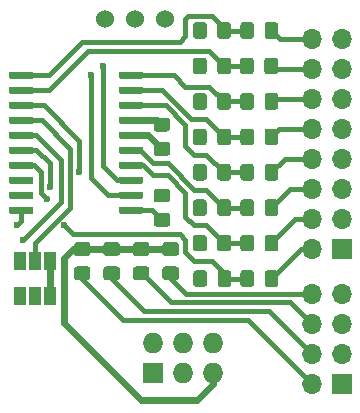
<source format=gbr>
G04 #@! TF.GenerationSoftware,KiCad,Pcbnew,5.1.5+dfsg1-2build2*
G04 #@! TF.CreationDate,2021-03-05T11:50:16+01:00*
G04 #@! TF.ProjectId,buttons,62757474-6f6e-4732-9e6b-696361645f70,rev?*
G04 #@! TF.SameCoordinates,Original*
G04 #@! TF.FileFunction,Copper,L1,Top*
G04 #@! TF.FilePolarity,Positive*
%FSLAX46Y46*%
G04 Gerber Fmt 4.6, Leading zero omitted, Abs format (unit mm)*
G04 Created by KiCad (PCBNEW 5.1.5+dfsg1-2build2) date 2021-03-05 11:50:16*
%MOMM*%
%LPD*%
G04 APERTURE LIST*
%ADD10C,1.524000*%
%ADD11O,1.727200X1.727200*%
%ADD12R,1.727200X1.727200*%
%ADD13C,0.100000*%
%ADD14O,1.700000X1.700000*%
%ADD15R,1.700000X1.700000*%
%ADD16R,1.000000X1.500000*%
%ADD17C,0.800000*%
%ADD18C,0.600000*%
%ADD19C,0.600000*%
%ADD20C,0.400000*%
G04 APERTURE END LIST*
D10*
X212040000Y-91000000D03*
X209500000Y-91000000D03*
X206960000Y-91000000D03*
D11*
X216080000Y-118460000D03*
X216080000Y-121000000D03*
X213540000Y-118460000D03*
X213540000Y-121000000D03*
X211000000Y-118460000D03*
D12*
X211000000Y-121000000D03*
G04 #@! TA.AperFunction,SMDPad,CuDef*
D13*
G36*
X210039703Y-95485722D02*
G01*
X210054264Y-95487882D01*
X210068543Y-95491459D01*
X210082403Y-95496418D01*
X210095710Y-95502712D01*
X210108336Y-95510280D01*
X210120159Y-95519048D01*
X210131066Y-95528934D01*
X210140952Y-95539841D01*
X210149720Y-95551664D01*
X210157288Y-95564290D01*
X210163582Y-95577597D01*
X210168541Y-95591457D01*
X210172118Y-95605736D01*
X210174278Y-95620297D01*
X210175000Y-95635000D01*
X210175000Y-95935000D01*
X210174278Y-95949703D01*
X210172118Y-95964264D01*
X210168541Y-95978543D01*
X210163582Y-95992403D01*
X210157288Y-96005710D01*
X210149720Y-96018336D01*
X210140952Y-96030159D01*
X210131066Y-96041066D01*
X210120159Y-96050952D01*
X210108336Y-96059720D01*
X210095710Y-96067288D01*
X210082403Y-96073582D01*
X210068543Y-96078541D01*
X210054264Y-96082118D01*
X210039703Y-96084278D01*
X210025000Y-96085000D01*
X208275000Y-96085000D01*
X208260297Y-96084278D01*
X208245736Y-96082118D01*
X208231457Y-96078541D01*
X208217597Y-96073582D01*
X208204290Y-96067288D01*
X208191664Y-96059720D01*
X208179841Y-96050952D01*
X208168934Y-96041066D01*
X208159048Y-96030159D01*
X208150280Y-96018336D01*
X208142712Y-96005710D01*
X208136418Y-95992403D01*
X208131459Y-95978543D01*
X208127882Y-95964264D01*
X208125722Y-95949703D01*
X208125000Y-95935000D01*
X208125000Y-95635000D01*
X208125722Y-95620297D01*
X208127882Y-95605736D01*
X208131459Y-95591457D01*
X208136418Y-95577597D01*
X208142712Y-95564290D01*
X208150280Y-95551664D01*
X208159048Y-95539841D01*
X208168934Y-95528934D01*
X208179841Y-95519048D01*
X208191664Y-95510280D01*
X208204290Y-95502712D01*
X208217597Y-95496418D01*
X208231457Y-95491459D01*
X208245736Y-95487882D01*
X208260297Y-95485722D01*
X208275000Y-95485000D01*
X210025000Y-95485000D01*
X210039703Y-95485722D01*
G37*
G04 #@! TD.AperFunction*
G04 #@! TA.AperFunction,SMDPad,CuDef*
G36*
X210039703Y-96755722D02*
G01*
X210054264Y-96757882D01*
X210068543Y-96761459D01*
X210082403Y-96766418D01*
X210095710Y-96772712D01*
X210108336Y-96780280D01*
X210120159Y-96789048D01*
X210131066Y-96798934D01*
X210140952Y-96809841D01*
X210149720Y-96821664D01*
X210157288Y-96834290D01*
X210163582Y-96847597D01*
X210168541Y-96861457D01*
X210172118Y-96875736D01*
X210174278Y-96890297D01*
X210175000Y-96905000D01*
X210175000Y-97205000D01*
X210174278Y-97219703D01*
X210172118Y-97234264D01*
X210168541Y-97248543D01*
X210163582Y-97262403D01*
X210157288Y-97275710D01*
X210149720Y-97288336D01*
X210140952Y-97300159D01*
X210131066Y-97311066D01*
X210120159Y-97320952D01*
X210108336Y-97329720D01*
X210095710Y-97337288D01*
X210082403Y-97343582D01*
X210068543Y-97348541D01*
X210054264Y-97352118D01*
X210039703Y-97354278D01*
X210025000Y-97355000D01*
X208275000Y-97355000D01*
X208260297Y-97354278D01*
X208245736Y-97352118D01*
X208231457Y-97348541D01*
X208217597Y-97343582D01*
X208204290Y-97337288D01*
X208191664Y-97329720D01*
X208179841Y-97320952D01*
X208168934Y-97311066D01*
X208159048Y-97300159D01*
X208150280Y-97288336D01*
X208142712Y-97275710D01*
X208136418Y-97262403D01*
X208131459Y-97248543D01*
X208127882Y-97234264D01*
X208125722Y-97219703D01*
X208125000Y-97205000D01*
X208125000Y-96905000D01*
X208125722Y-96890297D01*
X208127882Y-96875736D01*
X208131459Y-96861457D01*
X208136418Y-96847597D01*
X208142712Y-96834290D01*
X208150280Y-96821664D01*
X208159048Y-96809841D01*
X208168934Y-96798934D01*
X208179841Y-96789048D01*
X208191664Y-96780280D01*
X208204290Y-96772712D01*
X208217597Y-96766418D01*
X208231457Y-96761459D01*
X208245736Y-96757882D01*
X208260297Y-96755722D01*
X208275000Y-96755000D01*
X210025000Y-96755000D01*
X210039703Y-96755722D01*
G37*
G04 #@! TD.AperFunction*
G04 #@! TA.AperFunction,SMDPad,CuDef*
G36*
X210039703Y-98025722D02*
G01*
X210054264Y-98027882D01*
X210068543Y-98031459D01*
X210082403Y-98036418D01*
X210095710Y-98042712D01*
X210108336Y-98050280D01*
X210120159Y-98059048D01*
X210131066Y-98068934D01*
X210140952Y-98079841D01*
X210149720Y-98091664D01*
X210157288Y-98104290D01*
X210163582Y-98117597D01*
X210168541Y-98131457D01*
X210172118Y-98145736D01*
X210174278Y-98160297D01*
X210175000Y-98175000D01*
X210175000Y-98475000D01*
X210174278Y-98489703D01*
X210172118Y-98504264D01*
X210168541Y-98518543D01*
X210163582Y-98532403D01*
X210157288Y-98545710D01*
X210149720Y-98558336D01*
X210140952Y-98570159D01*
X210131066Y-98581066D01*
X210120159Y-98590952D01*
X210108336Y-98599720D01*
X210095710Y-98607288D01*
X210082403Y-98613582D01*
X210068543Y-98618541D01*
X210054264Y-98622118D01*
X210039703Y-98624278D01*
X210025000Y-98625000D01*
X208275000Y-98625000D01*
X208260297Y-98624278D01*
X208245736Y-98622118D01*
X208231457Y-98618541D01*
X208217597Y-98613582D01*
X208204290Y-98607288D01*
X208191664Y-98599720D01*
X208179841Y-98590952D01*
X208168934Y-98581066D01*
X208159048Y-98570159D01*
X208150280Y-98558336D01*
X208142712Y-98545710D01*
X208136418Y-98532403D01*
X208131459Y-98518543D01*
X208127882Y-98504264D01*
X208125722Y-98489703D01*
X208125000Y-98475000D01*
X208125000Y-98175000D01*
X208125722Y-98160297D01*
X208127882Y-98145736D01*
X208131459Y-98131457D01*
X208136418Y-98117597D01*
X208142712Y-98104290D01*
X208150280Y-98091664D01*
X208159048Y-98079841D01*
X208168934Y-98068934D01*
X208179841Y-98059048D01*
X208191664Y-98050280D01*
X208204290Y-98042712D01*
X208217597Y-98036418D01*
X208231457Y-98031459D01*
X208245736Y-98027882D01*
X208260297Y-98025722D01*
X208275000Y-98025000D01*
X210025000Y-98025000D01*
X210039703Y-98025722D01*
G37*
G04 #@! TD.AperFunction*
G04 #@! TA.AperFunction,SMDPad,CuDef*
G36*
X210039703Y-99295722D02*
G01*
X210054264Y-99297882D01*
X210068543Y-99301459D01*
X210082403Y-99306418D01*
X210095710Y-99312712D01*
X210108336Y-99320280D01*
X210120159Y-99329048D01*
X210131066Y-99338934D01*
X210140952Y-99349841D01*
X210149720Y-99361664D01*
X210157288Y-99374290D01*
X210163582Y-99387597D01*
X210168541Y-99401457D01*
X210172118Y-99415736D01*
X210174278Y-99430297D01*
X210175000Y-99445000D01*
X210175000Y-99745000D01*
X210174278Y-99759703D01*
X210172118Y-99774264D01*
X210168541Y-99788543D01*
X210163582Y-99802403D01*
X210157288Y-99815710D01*
X210149720Y-99828336D01*
X210140952Y-99840159D01*
X210131066Y-99851066D01*
X210120159Y-99860952D01*
X210108336Y-99869720D01*
X210095710Y-99877288D01*
X210082403Y-99883582D01*
X210068543Y-99888541D01*
X210054264Y-99892118D01*
X210039703Y-99894278D01*
X210025000Y-99895000D01*
X208275000Y-99895000D01*
X208260297Y-99894278D01*
X208245736Y-99892118D01*
X208231457Y-99888541D01*
X208217597Y-99883582D01*
X208204290Y-99877288D01*
X208191664Y-99869720D01*
X208179841Y-99860952D01*
X208168934Y-99851066D01*
X208159048Y-99840159D01*
X208150280Y-99828336D01*
X208142712Y-99815710D01*
X208136418Y-99802403D01*
X208131459Y-99788543D01*
X208127882Y-99774264D01*
X208125722Y-99759703D01*
X208125000Y-99745000D01*
X208125000Y-99445000D01*
X208125722Y-99430297D01*
X208127882Y-99415736D01*
X208131459Y-99401457D01*
X208136418Y-99387597D01*
X208142712Y-99374290D01*
X208150280Y-99361664D01*
X208159048Y-99349841D01*
X208168934Y-99338934D01*
X208179841Y-99329048D01*
X208191664Y-99320280D01*
X208204290Y-99312712D01*
X208217597Y-99306418D01*
X208231457Y-99301459D01*
X208245736Y-99297882D01*
X208260297Y-99295722D01*
X208275000Y-99295000D01*
X210025000Y-99295000D01*
X210039703Y-99295722D01*
G37*
G04 #@! TD.AperFunction*
G04 #@! TA.AperFunction,SMDPad,CuDef*
G36*
X210039703Y-100565722D02*
G01*
X210054264Y-100567882D01*
X210068543Y-100571459D01*
X210082403Y-100576418D01*
X210095710Y-100582712D01*
X210108336Y-100590280D01*
X210120159Y-100599048D01*
X210131066Y-100608934D01*
X210140952Y-100619841D01*
X210149720Y-100631664D01*
X210157288Y-100644290D01*
X210163582Y-100657597D01*
X210168541Y-100671457D01*
X210172118Y-100685736D01*
X210174278Y-100700297D01*
X210175000Y-100715000D01*
X210175000Y-101015000D01*
X210174278Y-101029703D01*
X210172118Y-101044264D01*
X210168541Y-101058543D01*
X210163582Y-101072403D01*
X210157288Y-101085710D01*
X210149720Y-101098336D01*
X210140952Y-101110159D01*
X210131066Y-101121066D01*
X210120159Y-101130952D01*
X210108336Y-101139720D01*
X210095710Y-101147288D01*
X210082403Y-101153582D01*
X210068543Y-101158541D01*
X210054264Y-101162118D01*
X210039703Y-101164278D01*
X210025000Y-101165000D01*
X208275000Y-101165000D01*
X208260297Y-101164278D01*
X208245736Y-101162118D01*
X208231457Y-101158541D01*
X208217597Y-101153582D01*
X208204290Y-101147288D01*
X208191664Y-101139720D01*
X208179841Y-101130952D01*
X208168934Y-101121066D01*
X208159048Y-101110159D01*
X208150280Y-101098336D01*
X208142712Y-101085710D01*
X208136418Y-101072403D01*
X208131459Y-101058543D01*
X208127882Y-101044264D01*
X208125722Y-101029703D01*
X208125000Y-101015000D01*
X208125000Y-100715000D01*
X208125722Y-100700297D01*
X208127882Y-100685736D01*
X208131459Y-100671457D01*
X208136418Y-100657597D01*
X208142712Y-100644290D01*
X208150280Y-100631664D01*
X208159048Y-100619841D01*
X208168934Y-100608934D01*
X208179841Y-100599048D01*
X208191664Y-100590280D01*
X208204290Y-100582712D01*
X208217597Y-100576418D01*
X208231457Y-100571459D01*
X208245736Y-100567882D01*
X208260297Y-100565722D01*
X208275000Y-100565000D01*
X210025000Y-100565000D01*
X210039703Y-100565722D01*
G37*
G04 #@! TD.AperFunction*
G04 #@! TA.AperFunction,SMDPad,CuDef*
G36*
X210039703Y-101835722D02*
G01*
X210054264Y-101837882D01*
X210068543Y-101841459D01*
X210082403Y-101846418D01*
X210095710Y-101852712D01*
X210108336Y-101860280D01*
X210120159Y-101869048D01*
X210131066Y-101878934D01*
X210140952Y-101889841D01*
X210149720Y-101901664D01*
X210157288Y-101914290D01*
X210163582Y-101927597D01*
X210168541Y-101941457D01*
X210172118Y-101955736D01*
X210174278Y-101970297D01*
X210175000Y-101985000D01*
X210175000Y-102285000D01*
X210174278Y-102299703D01*
X210172118Y-102314264D01*
X210168541Y-102328543D01*
X210163582Y-102342403D01*
X210157288Y-102355710D01*
X210149720Y-102368336D01*
X210140952Y-102380159D01*
X210131066Y-102391066D01*
X210120159Y-102400952D01*
X210108336Y-102409720D01*
X210095710Y-102417288D01*
X210082403Y-102423582D01*
X210068543Y-102428541D01*
X210054264Y-102432118D01*
X210039703Y-102434278D01*
X210025000Y-102435000D01*
X208275000Y-102435000D01*
X208260297Y-102434278D01*
X208245736Y-102432118D01*
X208231457Y-102428541D01*
X208217597Y-102423582D01*
X208204290Y-102417288D01*
X208191664Y-102409720D01*
X208179841Y-102400952D01*
X208168934Y-102391066D01*
X208159048Y-102380159D01*
X208150280Y-102368336D01*
X208142712Y-102355710D01*
X208136418Y-102342403D01*
X208131459Y-102328543D01*
X208127882Y-102314264D01*
X208125722Y-102299703D01*
X208125000Y-102285000D01*
X208125000Y-101985000D01*
X208125722Y-101970297D01*
X208127882Y-101955736D01*
X208131459Y-101941457D01*
X208136418Y-101927597D01*
X208142712Y-101914290D01*
X208150280Y-101901664D01*
X208159048Y-101889841D01*
X208168934Y-101878934D01*
X208179841Y-101869048D01*
X208191664Y-101860280D01*
X208204290Y-101852712D01*
X208217597Y-101846418D01*
X208231457Y-101841459D01*
X208245736Y-101837882D01*
X208260297Y-101835722D01*
X208275000Y-101835000D01*
X210025000Y-101835000D01*
X210039703Y-101835722D01*
G37*
G04 #@! TD.AperFunction*
G04 #@! TA.AperFunction,SMDPad,CuDef*
G36*
X210039703Y-103105722D02*
G01*
X210054264Y-103107882D01*
X210068543Y-103111459D01*
X210082403Y-103116418D01*
X210095710Y-103122712D01*
X210108336Y-103130280D01*
X210120159Y-103139048D01*
X210131066Y-103148934D01*
X210140952Y-103159841D01*
X210149720Y-103171664D01*
X210157288Y-103184290D01*
X210163582Y-103197597D01*
X210168541Y-103211457D01*
X210172118Y-103225736D01*
X210174278Y-103240297D01*
X210175000Y-103255000D01*
X210175000Y-103555000D01*
X210174278Y-103569703D01*
X210172118Y-103584264D01*
X210168541Y-103598543D01*
X210163582Y-103612403D01*
X210157288Y-103625710D01*
X210149720Y-103638336D01*
X210140952Y-103650159D01*
X210131066Y-103661066D01*
X210120159Y-103670952D01*
X210108336Y-103679720D01*
X210095710Y-103687288D01*
X210082403Y-103693582D01*
X210068543Y-103698541D01*
X210054264Y-103702118D01*
X210039703Y-103704278D01*
X210025000Y-103705000D01*
X208275000Y-103705000D01*
X208260297Y-103704278D01*
X208245736Y-103702118D01*
X208231457Y-103698541D01*
X208217597Y-103693582D01*
X208204290Y-103687288D01*
X208191664Y-103679720D01*
X208179841Y-103670952D01*
X208168934Y-103661066D01*
X208159048Y-103650159D01*
X208150280Y-103638336D01*
X208142712Y-103625710D01*
X208136418Y-103612403D01*
X208131459Y-103598543D01*
X208127882Y-103584264D01*
X208125722Y-103569703D01*
X208125000Y-103555000D01*
X208125000Y-103255000D01*
X208125722Y-103240297D01*
X208127882Y-103225736D01*
X208131459Y-103211457D01*
X208136418Y-103197597D01*
X208142712Y-103184290D01*
X208150280Y-103171664D01*
X208159048Y-103159841D01*
X208168934Y-103148934D01*
X208179841Y-103139048D01*
X208191664Y-103130280D01*
X208204290Y-103122712D01*
X208217597Y-103116418D01*
X208231457Y-103111459D01*
X208245736Y-103107882D01*
X208260297Y-103105722D01*
X208275000Y-103105000D01*
X210025000Y-103105000D01*
X210039703Y-103105722D01*
G37*
G04 #@! TD.AperFunction*
G04 #@! TA.AperFunction,SMDPad,CuDef*
G36*
X210039703Y-104375722D02*
G01*
X210054264Y-104377882D01*
X210068543Y-104381459D01*
X210082403Y-104386418D01*
X210095710Y-104392712D01*
X210108336Y-104400280D01*
X210120159Y-104409048D01*
X210131066Y-104418934D01*
X210140952Y-104429841D01*
X210149720Y-104441664D01*
X210157288Y-104454290D01*
X210163582Y-104467597D01*
X210168541Y-104481457D01*
X210172118Y-104495736D01*
X210174278Y-104510297D01*
X210175000Y-104525000D01*
X210175000Y-104825000D01*
X210174278Y-104839703D01*
X210172118Y-104854264D01*
X210168541Y-104868543D01*
X210163582Y-104882403D01*
X210157288Y-104895710D01*
X210149720Y-104908336D01*
X210140952Y-104920159D01*
X210131066Y-104931066D01*
X210120159Y-104940952D01*
X210108336Y-104949720D01*
X210095710Y-104957288D01*
X210082403Y-104963582D01*
X210068543Y-104968541D01*
X210054264Y-104972118D01*
X210039703Y-104974278D01*
X210025000Y-104975000D01*
X208275000Y-104975000D01*
X208260297Y-104974278D01*
X208245736Y-104972118D01*
X208231457Y-104968541D01*
X208217597Y-104963582D01*
X208204290Y-104957288D01*
X208191664Y-104949720D01*
X208179841Y-104940952D01*
X208168934Y-104931066D01*
X208159048Y-104920159D01*
X208150280Y-104908336D01*
X208142712Y-104895710D01*
X208136418Y-104882403D01*
X208131459Y-104868543D01*
X208127882Y-104854264D01*
X208125722Y-104839703D01*
X208125000Y-104825000D01*
X208125000Y-104525000D01*
X208125722Y-104510297D01*
X208127882Y-104495736D01*
X208131459Y-104481457D01*
X208136418Y-104467597D01*
X208142712Y-104454290D01*
X208150280Y-104441664D01*
X208159048Y-104429841D01*
X208168934Y-104418934D01*
X208179841Y-104409048D01*
X208191664Y-104400280D01*
X208204290Y-104392712D01*
X208217597Y-104386418D01*
X208231457Y-104381459D01*
X208245736Y-104377882D01*
X208260297Y-104375722D01*
X208275000Y-104375000D01*
X210025000Y-104375000D01*
X210039703Y-104375722D01*
G37*
G04 #@! TD.AperFunction*
G04 #@! TA.AperFunction,SMDPad,CuDef*
G36*
X210039703Y-105645722D02*
G01*
X210054264Y-105647882D01*
X210068543Y-105651459D01*
X210082403Y-105656418D01*
X210095710Y-105662712D01*
X210108336Y-105670280D01*
X210120159Y-105679048D01*
X210131066Y-105688934D01*
X210140952Y-105699841D01*
X210149720Y-105711664D01*
X210157288Y-105724290D01*
X210163582Y-105737597D01*
X210168541Y-105751457D01*
X210172118Y-105765736D01*
X210174278Y-105780297D01*
X210175000Y-105795000D01*
X210175000Y-106095000D01*
X210174278Y-106109703D01*
X210172118Y-106124264D01*
X210168541Y-106138543D01*
X210163582Y-106152403D01*
X210157288Y-106165710D01*
X210149720Y-106178336D01*
X210140952Y-106190159D01*
X210131066Y-106201066D01*
X210120159Y-106210952D01*
X210108336Y-106219720D01*
X210095710Y-106227288D01*
X210082403Y-106233582D01*
X210068543Y-106238541D01*
X210054264Y-106242118D01*
X210039703Y-106244278D01*
X210025000Y-106245000D01*
X208275000Y-106245000D01*
X208260297Y-106244278D01*
X208245736Y-106242118D01*
X208231457Y-106238541D01*
X208217597Y-106233582D01*
X208204290Y-106227288D01*
X208191664Y-106219720D01*
X208179841Y-106210952D01*
X208168934Y-106201066D01*
X208159048Y-106190159D01*
X208150280Y-106178336D01*
X208142712Y-106165710D01*
X208136418Y-106152403D01*
X208131459Y-106138543D01*
X208127882Y-106124264D01*
X208125722Y-106109703D01*
X208125000Y-106095000D01*
X208125000Y-105795000D01*
X208125722Y-105780297D01*
X208127882Y-105765736D01*
X208131459Y-105751457D01*
X208136418Y-105737597D01*
X208142712Y-105724290D01*
X208150280Y-105711664D01*
X208159048Y-105699841D01*
X208168934Y-105688934D01*
X208179841Y-105679048D01*
X208191664Y-105670280D01*
X208204290Y-105662712D01*
X208217597Y-105656418D01*
X208231457Y-105651459D01*
X208245736Y-105647882D01*
X208260297Y-105645722D01*
X208275000Y-105645000D01*
X210025000Y-105645000D01*
X210039703Y-105645722D01*
G37*
G04 #@! TD.AperFunction*
G04 #@! TA.AperFunction,SMDPad,CuDef*
G36*
X210039703Y-106915722D02*
G01*
X210054264Y-106917882D01*
X210068543Y-106921459D01*
X210082403Y-106926418D01*
X210095710Y-106932712D01*
X210108336Y-106940280D01*
X210120159Y-106949048D01*
X210131066Y-106958934D01*
X210140952Y-106969841D01*
X210149720Y-106981664D01*
X210157288Y-106994290D01*
X210163582Y-107007597D01*
X210168541Y-107021457D01*
X210172118Y-107035736D01*
X210174278Y-107050297D01*
X210175000Y-107065000D01*
X210175000Y-107365000D01*
X210174278Y-107379703D01*
X210172118Y-107394264D01*
X210168541Y-107408543D01*
X210163582Y-107422403D01*
X210157288Y-107435710D01*
X210149720Y-107448336D01*
X210140952Y-107460159D01*
X210131066Y-107471066D01*
X210120159Y-107480952D01*
X210108336Y-107489720D01*
X210095710Y-107497288D01*
X210082403Y-107503582D01*
X210068543Y-107508541D01*
X210054264Y-107512118D01*
X210039703Y-107514278D01*
X210025000Y-107515000D01*
X208275000Y-107515000D01*
X208260297Y-107514278D01*
X208245736Y-107512118D01*
X208231457Y-107508541D01*
X208217597Y-107503582D01*
X208204290Y-107497288D01*
X208191664Y-107489720D01*
X208179841Y-107480952D01*
X208168934Y-107471066D01*
X208159048Y-107460159D01*
X208150280Y-107448336D01*
X208142712Y-107435710D01*
X208136418Y-107422403D01*
X208131459Y-107408543D01*
X208127882Y-107394264D01*
X208125722Y-107379703D01*
X208125000Y-107365000D01*
X208125000Y-107065000D01*
X208125722Y-107050297D01*
X208127882Y-107035736D01*
X208131459Y-107021457D01*
X208136418Y-107007597D01*
X208142712Y-106994290D01*
X208150280Y-106981664D01*
X208159048Y-106969841D01*
X208168934Y-106958934D01*
X208179841Y-106949048D01*
X208191664Y-106940280D01*
X208204290Y-106932712D01*
X208217597Y-106926418D01*
X208231457Y-106921459D01*
X208245736Y-106917882D01*
X208260297Y-106915722D01*
X208275000Y-106915000D01*
X210025000Y-106915000D01*
X210039703Y-106915722D01*
G37*
G04 #@! TD.AperFunction*
G04 #@! TA.AperFunction,SMDPad,CuDef*
G36*
X200739703Y-106915722D02*
G01*
X200754264Y-106917882D01*
X200768543Y-106921459D01*
X200782403Y-106926418D01*
X200795710Y-106932712D01*
X200808336Y-106940280D01*
X200820159Y-106949048D01*
X200831066Y-106958934D01*
X200840952Y-106969841D01*
X200849720Y-106981664D01*
X200857288Y-106994290D01*
X200863582Y-107007597D01*
X200868541Y-107021457D01*
X200872118Y-107035736D01*
X200874278Y-107050297D01*
X200875000Y-107065000D01*
X200875000Y-107365000D01*
X200874278Y-107379703D01*
X200872118Y-107394264D01*
X200868541Y-107408543D01*
X200863582Y-107422403D01*
X200857288Y-107435710D01*
X200849720Y-107448336D01*
X200840952Y-107460159D01*
X200831066Y-107471066D01*
X200820159Y-107480952D01*
X200808336Y-107489720D01*
X200795710Y-107497288D01*
X200782403Y-107503582D01*
X200768543Y-107508541D01*
X200754264Y-107512118D01*
X200739703Y-107514278D01*
X200725000Y-107515000D01*
X198975000Y-107515000D01*
X198960297Y-107514278D01*
X198945736Y-107512118D01*
X198931457Y-107508541D01*
X198917597Y-107503582D01*
X198904290Y-107497288D01*
X198891664Y-107489720D01*
X198879841Y-107480952D01*
X198868934Y-107471066D01*
X198859048Y-107460159D01*
X198850280Y-107448336D01*
X198842712Y-107435710D01*
X198836418Y-107422403D01*
X198831459Y-107408543D01*
X198827882Y-107394264D01*
X198825722Y-107379703D01*
X198825000Y-107365000D01*
X198825000Y-107065000D01*
X198825722Y-107050297D01*
X198827882Y-107035736D01*
X198831459Y-107021457D01*
X198836418Y-107007597D01*
X198842712Y-106994290D01*
X198850280Y-106981664D01*
X198859048Y-106969841D01*
X198868934Y-106958934D01*
X198879841Y-106949048D01*
X198891664Y-106940280D01*
X198904290Y-106932712D01*
X198917597Y-106926418D01*
X198931457Y-106921459D01*
X198945736Y-106917882D01*
X198960297Y-106915722D01*
X198975000Y-106915000D01*
X200725000Y-106915000D01*
X200739703Y-106915722D01*
G37*
G04 #@! TD.AperFunction*
G04 #@! TA.AperFunction,SMDPad,CuDef*
G36*
X200739703Y-105645722D02*
G01*
X200754264Y-105647882D01*
X200768543Y-105651459D01*
X200782403Y-105656418D01*
X200795710Y-105662712D01*
X200808336Y-105670280D01*
X200820159Y-105679048D01*
X200831066Y-105688934D01*
X200840952Y-105699841D01*
X200849720Y-105711664D01*
X200857288Y-105724290D01*
X200863582Y-105737597D01*
X200868541Y-105751457D01*
X200872118Y-105765736D01*
X200874278Y-105780297D01*
X200875000Y-105795000D01*
X200875000Y-106095000D01*
X200874278Y-106109703D01*
X200872118Y-106124264D01*
X200868541Y-106138543D01*
X200863582Y-106152403D01*
X200857288Y-106165710D01*
X200849720Y-106178336D01*
X200840952Y-106190159D01*
X200831066Y-106201066D01*
X200820159Y-106210952D01*
X200808336Y-106219720D01*
X200795710Y-106227288D01*
X200782403Y-106233582D01*
X200768543Y-106238541D01*
X200754264Y-106242118D01*
X200739703Y-106244278D01*
X200725000Y-106245000D01*
X198975000Y-106245000D01*
X198960297Y-106244278D01*
X198945736Y-106242118D01*
X198931457Y-106238541D01*
X198917597Y-106233582D01*
X198904290Y-106227288D01*
X198891664Y-106219720D01*
X198879841Y-106210952D01*
X198868934Y-106201066D01*
X198859048Y-106190159D01*
X198850280Y-106178336D01*
X198842712Y-106165710D01*
X198836418Y-106152403D01*
X198831459Y-106138543D01*
X198827882Y-106124264D01*
X198825722Y-106109703D01*
X198825000Y-106095000D01*
X198825000Y-105795000D01*
X198825722Y-105780297D01*
X198827882Y-105765736D01*
X198831459Y-105751457D01*
X198836418Y-105737597D01*
X198842712Y-105724290D01*
X198850280Y-105711664D01*
X198859048Y-105699841D01*
X198868934Y-105688934D01*
X198879841Y-105679048D01*
X198891664Y-105670280D01*
X198904290Y-105662712D01*
X198917597Y-105656418D01*
X198931457Y-105651459D01*
X198945736Y-105647882D01*
X198960297Y-105645722D01*
X198975000Y-105645000D01*
X200725000Y-105645000D01*
X200739703Y-105645722D01*
G37*
G04 #@! TD.AperFunction*
G04 #@! TA.AperFunction,SMDPad,CuDef*
G36*
X200739703Y-104375722D02*
G01*
X200754264Y-104377882D01*
X200768543Y-104381459D01*
X200782403Y-104386418D01*
X200795710Y-104392712D01*
X200808336Y-104400280D01*
X200820159Y-104409048D01*
X200831066Y-104418934D01*
X200840952Y-104429841D01*
X200849720Y-104441664D01*
X200857288Y-104454290D01*
X200863582Y-104467597D01*
X200868541Y-104481457D01*
X200872118Y-104495736D01*
X200874278Y-104510297D01*
X200875000Y-104525000D01*
X200875000Y-104825000D01*
X200874278Y-104839703D01*
X200872118Y-104854264D01*
X200868541Y-104868543D01*
X200863582Y-104882403D01*
X200857288Y-104895710D01*
X200849720Y-104908336D01*
X200840952Y-104920159D01*
X200831066Y-104931066D01*
X200820159Y-104940952D01*
X200808336Y-104949720D01*
X200795710Y-104957288D01*
X200782403Y-104963582D01*
X200768543Y-104968541D01*
X200754264Y-104972118D01*
X200739703Y-104974278D01*
X200725000Y-104975000D01*
X198975000Y-104975000D01*
X198960297Y-104974278D01*
X198945736Y-104972118D01*
X198931457Y-104968541D01*
X198917597Y-104963582D01*
X198904290Y-104957288D01*
X198891664Y-104949720D01*
X198879841Y-104940952D01*
X198868934Y-104931066D01*
X198859048Y-104920159D01*
X198850280Y-104908336D01*
X198842712Y-104895710D01*
X198836418Y-104882403D01*
X198831459Y-104868543D01*
X198827882Y-104854264D01*
X198825722Y-104839703D01*
X198825000Y-104825000D01*
X198825000Y-104525000D01*
X198825722Y-104510297D01*
X198827882Y-104495736D01*
X198831459Y-104481457D01*
X198836418Y-104467597D01*
X198842712Y-104454290D01*
X198850280Y-104441664D01*
X198859048Y-104429841D01*
X198868934Y-104418934D01*
X198879841Y-104409048D01*
X198891664Y-104400280D01*
X198904290Y-104392712D01*
X198917597Y-104386418D01*
X198931457Y-104381459D01*
X198945736Y-104377882D01*
X198960297Y-104375722D01*
X198975000Y-104375000D01*
X200725000Y-104375000D01*
X200739703Y-104375722D01*
G37*
G04 #@! TD.AperFunction*
G04 #@! TA.AperFunction,SMDPad,CuDef*
G36*
X200739703Y-103105722D02*
G01*
X200754264Y-103107882D01*
X200768543Y-103111459D01*
X200782403Y-103116418D01*
X200795710Y-103122712D01*
X200808336Y-103130280D01*
X200820159Y-103139048D01*
X200831066Y-103148934D01*
X200840952Y-103159841D01*
X200849720Y-103171664D01*
X200857288Y-103184290D01*
X200863582Y-103197597D01*
X200868541Y-103211457D01*
X200872118Y-103225736D01*
X200874278Y-103240297D01*
X200875000Y-103255000D01*
X200875000Y-103555000D01*
X200874278Y-103569703D01*
X200872118Y-103584264D01*
X200868541Y-103598543D01*
X200863582Y-103612403D01*
X200857288Y-103625710D01*
X200849720Y-103638336D01*
X200840952Y-103650159D01*
X200831066Y-103661066D01*
X200820159Y-103670952D01*
X200808336Y-103679720D01*
X200795710Y-103687288D01*
X200782403Y-103693582D01*
X200768543Y-103698541D01*
X200754264Y-103702118D01*
X200739703Y-103704278D01*
X200725000Y-103705000D01*
X198975000Y-103705000D01*
X198960297Y-103704278D01*
X198945736Y-103702118D01*
X198931457Y-103698541D01*
X198917597Y-103693582D01*
X198904290Y-103687288D01*
X198891664Y-103679720D01*
X198879841Y-103670952D01*
X198868934Y-103661066D01*
X198859048Y-103650159D01*
X198850280Y-103638336D01*
X198842712Y-103625710D01*
X198836418Y-103612403D01*
X198831459Y-103598543D01*
X198827882Y-103584264D01*
X198825722Y-103569703D01*
X198825000Y-103555000D01*
X198825000Y-103255000D01*
X198825722Y-103240297D01*
X198827882Y-103225736D01*
X198831459Y-103211457D01*
X198836418Y-103197597D01*
X198842712Y-103184290D01*
X198850280Y-103171664D01*
X198859048Y-103159841D01*
X198868934Y-103148934D01*
X198879841Y-103139048D01*
X198891664Y-103130280D01*
X198904290Y-103122712D01*
X198917597Y-103116418D01*
X198931457Y-103111459D01*
X198945736Y-103107882D01*
X198960297Y-103105722D01*
X198975000Y-103105000D01*
X200725000Y-103105000D01*
X200739703Y-103105722D01*
G37*
G04 #@! TD.AperFunction*
G04 #@! TA.AperFunction,SMDPad,CuDef*
G36*
X200739703Y-101835722D02*
G01*
X200754264Y-101837882D01*
X200768543Y-101841459D01*
X200782403Y-101846418D01*
X200795710Y-101852712D01*
X200808336Y-101860280D01*
X200820159Y-101869048D01*
X200831066Y-101878934D01*
X200840952Y-101889841D01*
X200849720Y-101901664D01*
X200857288Y-101914290D01*
X200863582Y-101927597D01*
X200868541Y-101941457D01*
X200872118Y-101955736D01*
X200874278Y-101970297D01*
X200875000Y-101985000D01*
X200875000Y-102285000D01*
X200874278Y-102299703D01*
X200872118Y-102314264D01*
X200868541Y-102328543D01*
X200863582Y-102342403D01*
X200857288Y-102355710D01*
X200849720Y-102368336D01*
X200840952Y-102380159D01*
X200831066Y-102391066D01*
X200820159Y-102400952D01*
X200808336Y-102409720D01*
X200795710Y-102417288D01*
X200782403Y-102423582D01*
X200768543Y-102428541D01*
X200754264Y-102432118D01*
X200739703Y-102434278D01*
X200725000Y-102435000D01*
X198975000Y-102435000D01*
X198960297Y-102434278D01*
X198945736Y-102432118D01*
X198931457Y-102428541D01*
X198917597Y-102423582D01*
X198904290Y-102417288D01*
X198891664Y-102409720D01*
X198879841Y-102400952D01*
X198868934Y-102391066D01*
X198859048Y-102380159D01*
X198850280Y-102368336D01*
X198842712Y-102355710D01*
X198836418Y-102342403D01*
X198831459Y-102328543D01*
X198827882Y-102314264D01*
X198825722Y-102299703D01*
X198825000Y-102285000D01*
X198825000Y-101985000D01*
X198825722Y-101970297D01*
X198827882Y-101955736D01*
X198831459Y-101941457D01*
X198836418Y-101927597D01*
X198842712Y-101914290D01*
X198850280Y-101901664D01*
X198859048Y-101889841D01*
X198868934Y-101878934D01*
X198879841Y-101869048D01*
X198891664Y-101860280D01*
X198904290Y-101852712D01*
X198917597Y-101846418D01*
X198931457Y-101841459D01*
X198945736Y-101837882D01*
X198960297Y-101835722D01*
X198975000Y-101835000D01*
X200725000Y-101835000D01*
X200739703Y-101835722D01*
G37*
G04 #@! TD.AperFunction*
G04 #@! TA.AperFunction,SMDPad,CuDef*
G36*
X200739703Y-100565722D02*
G01*
X200754264Y-100567882D01*
X200768543Y-100571459D01*
X200782403Y-100576418D01*
X200795710Y-100582712D01*
X200808336Y-100590280D01*
X200820159Y-100599048D01*
X200831066Y-100608934D01*
X200840952Y-100619841D01*
X200849720Y-100631664D01*
X200857288Y-100644290D01*
X200863582Y-100657597D01*
X200868541Y-100671457D01*
X200872118Y-100685736D01*
X200874278Y-100700297D01*
X200875000Y-100715000D01*
X200875000Y-101015000D01*
X200874278Y-101029703D01*
X200872118Y-101044264D01*
X200868541Y-101058543D01*
X200863582Y-101072403D01*
X200857288Y-101085710D01*
X200849720Y-101098336D01*
X200840952Y-101110159D01*
X200831066Y-101121066D01*
X200820159Y-101130952D01*
X200808336Y-101139720D01*
X200795710Y-101147288D01*
X200782403Y-101153582D01*
X200768543Y-101158541D01*
X200754264Y-101162118D01*
X200739703Y-101164278D01*
X200725000Y-101165000D01*
X198975000Y-101165000D01*
X198960297Y-101164278D01*
X198945736Y-101162118D01*
X198931457Y-101158541D01*
X198917597Y-101153582D01*
X198904290Y-101147288D01*
X198891664Y-101139720D01*
X198879841Y-101130952D01*
X198868934Y-101121066D01*
X198859048Y-101110159D01*
X198850280Y-101098336D01*
X198842712Y-101085710D01*
X198836418Y-101072403D01*
X198831459Y-101058543D01*
X198827882Y-101044264D01*
X198825722Y-101029703D01*
X198825000Y-101015000D01*
X198825000Y-100715000D01*
X198825722Y-100700297D01*
X198827882Y-100685736D01*
X198831459Y-100671457D01*
X198836418Y-100657597D01*
X198842712Y-100644290D01*
X198850280Y-100631664D01*
X198859048Y-100619841D01*
X198868934Y-100608934D01*
X198879841Y-100599048D01*
X198891664Y-100590280D01*
X198904290Y-100582712D01*
X198917597Y-100576418D01*
X198931457Y-100571459D01*
X198945736Y-100567882D01*
X198960297Y-100565722D01*
X198975000Y-100565000D01*
X200725000Y-100565000D01*
X200739703Y-100565722D01*
G37*
G04 #@! TD.AperFunction*
G04 #@! TA.AperFunction,SMDPad,CuDef*
G36*
X200739703Y-99295722D02*
G01*
X200754264Y-99297882D01*
X200768543Y-99301459D01*
X200782403Y-99306418D01*
X200795710Y-99312712D01*
X200808336Y-99320280D01*
X200820159Y-99329048D01*
X200831066Y-99338934D01*
X200840952Y-99349841D01*
X200849720Y-99361664D01*
X200857288Y-99374290D01*
X200863582Y-99387597D01*
X200868541Y-99401457D01*
X200872118Y-99415736D01*
X200874278Y-99430297D01*
X200875000Y-99445000D01*
X200875000Y-99745000D01*
X200874278Y-99759703D01*
X200872118Y-99774264D01*
X200868541Y-99788543D01*
X200863582Y-99802403D01*
X200857288Y-99815710D01*
X200849720Y-99828336D01*
X200840952Y-99840159D01*
X200831066Y-99851066D01*
X200820159Y-99860952D01*
X200808336Y-99869720D01*
X200795710Y-99877288D01*
X200782403Y-99883582D01*
X200768543Y-99888541D01*
X200754264Y-99892118D01*
X200739703Y-99894278D01*
X200725000Y-99895000D01*
X198975000Y-99895000D01*
X198960297Y-99894278D01*
X198945736Y-99892118D01*
X198931457Y-99888541D01*
X198917597Y-99883582D01*
X198904290Y-99877288D01*
X198891664Y-99869720D01*
X198879841Y-99860952D01*
X198868934Y-99851066D01*
X198859048Y-99840159D01*
X198850280Y-99828336D01*
X198842712Y-99815710D01*
X198836418Y-99802403D01*
X198831459Y-99788543D01*
X198827882Y-99774264D01*
X198825722Y-99759703D01*
X198825000Y-99745000D01*
X198825000Y-99445000D01*
X198825722Y-99430297D01*
X198827882Y-99415736D01*
X198831459Y-99401457D01*
X198836418Y-99387597D01*
X198842712Y-99374290D01*
X198850280Y-99361664D01*
X198859048Y-99349841D01*
X198868934Y-99338934D01*
X198879841Y-99329048D01*
X198891664Y-99320280D01*
X198904290Y-99312712D01*
X198917597Y-99306418D01*
X198931457Y-99301459D01*
X198945736Y-99297882D01*
X198960297Y-99295722D01*
X198975000Y-99295000D01*
X200725000Y-99295000D01*
X200739703Y-99295722D01*
G37*
G04 #@! TD.AperFunction*
G04 #@! TA.AperFunction,SMDPad,CuDef*
G36*
X200739703Y-98025722D02*
G01*
X200754264Y-98027882D01*
X200768543Y-98031459D01*
X200782403Y-98036418D01*
X200795710Y-98042712D01*
X200808336Y-98050280D01*
X200820159Y-98059048D01*
X200831066Y-98068934D01*
X200840952Y-98079841D01*
X200849720Y-98091664D01*
X200857288Y-98104290D01*
X200863582Y-98117597D01*
X200868541Y-98131457D01*
X200872118Y-98145736D01*
X200874278Y-98160297D01*
X200875000Y-98175000D01*
X200875000Y-98475000D01*
X200874278Y-98489703D01*
X200872118Y-98504264D01*
X200868541Y-98518543D01*
X200863582Y-98532403D01*
X200857288Y-98545710D01*
X200849720Y-98558336D01*
X200840952Y-98570159D01*
X200831066Y-98581066D01*
X200820159Y-98590952D01*
X200808336Y-98599720D01*
X200795710Y-98607288D01*
X200782403Y-98613582D01*
X200768543Y-98618541D01*
X200754264Y-98622118D01*
X200739703Y-98624278D01*
X200725000Y-98625000D01*
X198975000Y-98625000D01*
X198960297Y-98624278D01*
X198945736Y-98622118D01*
X198931457Y-98618541D01*
X198917597Y-98613582D01*
X198904290Y-98607288D01*
X198891664Y-98599720D01*
X198879841Y-98590952D01*
X198868934Y-98581066D01*
X198859048Y-98570159D01*
X198850280Y-98558336D01*
X198842712Y-98545710D01*
X198836418Y-98532403D01*
X198831459Y-98518543D01*
X198827882Y-98504264D01*
X198825722Y-98489703D01*
X198825000Y-98475000D01*
X198825000Y-98175000D01*
X198825722Y-98160297D01*
X198827882Y-98145736D01*
X198831459Y-98131457D01*
X198836418Y-98117597D01*
X198842712Y-98104290D01*
X198850280Y-98091664D01*
X198859048Y-98079841D01*
X198868934Y-98068934D01*
X198879841Y-98059048D01*
X198891664Y-98050280D01*
X198904290Y-98042712D01*
X198917597Y-98036418D01*
X198931457Y-98031459D01*
X198945736Y-98027882D01*
X198960297Y-98025722D01*
X198975000Y-98025000D01*
X200725000Y-98025000D01*
X200739703Y-98025722D01*
G37*
G04 #@! TD.AperFunction*
G04 #@! TA.AperFunction,SMDPad,CuDef*
G36*
X200739703Y-96755722D02*
G01*
X200754264Y-96757882D01*
X200768543Y-96761459D01*
X200782403Y-96766418D01*
X200795710Y-96772712D01*
X200808336Y-96780280D01*
X200820159Y-96789048D01*
X200831066Y-96798934D01*
X200840952Y-96809841D01*
X200849720Y-96821664D01*
X200857288Y-96834290D01*
X200863582Y-96847597D01*
X200868541Y-96861457D01*
X200872118Y-96875736D01*
X200874278Y-96890297D01*
X200875000Y-96905000D01*
X200875000Y-97205000D01*
X200874278Y-97219703D01*
X200872118Y-97234264D01*
X200868541Y-97248543D01*
X200863582Y-97262403D01*
X200857288Y-97275710D01*
X200849720Y-97288336D01*
X200840952Y-97300159D01*
X200831066Y-97311066D01*
X200820159Y-97320952D01*
X200808336Y-97329720D01*
X200795710Y-97337288D01*
X200782403Y-97343582D01*
X200768543Y-97348541D01*
X200754264Y-97352118D01*
X200739703Y-97354278D01*
X200725000Y-97355000D01*
X198975000Y-97355000D01*
X198960297Y-97354278D01*
X198945736Y-97352118D01*
X198931457Y-97348541D01*
X198917597Y-97343582D01*
X198904290Y-97337288D01*
X198891664Y-97329720D01*
X198879841Y-97320952D01*
X198868934Y-97311066D01*
X198859048Y-97300159D01*
X198850280Y-97288336D01*
X198842712Y-97275710D01*
X198836418Y-97262403D01*
X198831459Y-97248543D01*
X198827882Y-97234264D01*
X198825722Y-97219703D01*
X198825000Y-97205000D01*
X198825000Y-96905000D01*
X198825722Y-96890297D01*
X198827882Y-96875736D01*
X198831459Y-96861457D01*
X198836418Y-96847597D01*
X198842712Y-96834290D01*
X198850280Y-96821664D01*
X198859048Y-96809841D01*
X198868934Y-96798934D01*
X198879841Y-96789048D01*
X198891664Y-96780280D01*
X198904290Y-96772712D01*
X198917597Y-96766418D01*
X198931457Y-96761459D01*
X198945736Y-96757882D01*
X198960297Y-96755722D01*
X198975000Y-96755000D01*
X200725000Y-96755000D01*
X200739703Y-96755722D01*
G37*
G04 #@! TD.AperFunction*
G04 #@! TA.AperFunction,SMDPad,CuDef*
G36*
X200739703Y-95485722D02*
G01*
X200754264Y-95487882D01*
X200768543Y-95491459D01*
X200782403Y-95496418D01*
X200795710Y-95502712D01*
X200808336Y-95510280D01*
X200820159Y-95519048D01*
X200831066Y-95528934D01*
X200840952Y-95539841D01*
X200849720Y-95551664D01*
X200857288Y-95564290D01*
X200863582Y-95577597D01*
X200868541Y-95591457D01*
X200872118Y-95605736D01*
X200874278Y-95620297D01*
X200875000Y-95635000D01*
X200875000Y-95935000D01*
X200874278Y-95949703D01*
X200872118Y-95964264D01*
X200868541Y-95978543D01*
X200863582Y-95992403D01*
X200857288Y-96005710D01*
X200849720Y-96018336D01*
X200840952Y-96030159D01*
X200831066Y-96041066D01*
X200820159Y-96050952D01*
X200808336Y-96059720D01*
X200795710Y-96067288D01*
X200782403Y-96073582D01*
X200768543Y-96078541D01*
X200754264Y-96082118D01*
X200739703Y-96084278D01*
X200725000Y-96085000D01*
X198975000Y-96085000D01*
X198960297Y-96084278D01*
X198945736Y-96082118D01*
X198931457Y-96078541D01*
X198917597Y-96073582D01*
X198904290Y-96067288D01*
X198891664Y-96059720D01*
X198879841Y-96050952D01*
X198868934Y-96041066D01*
X198859048Y-96030159D01*
X198850280Y-96018336D01*
X198842712Y-96005710D01*
X198836418Y-95992403D01*
X198831459Y-95978543D01*
X198827882Y-95964264D01*
X198825722Y-95949703D01*
X198825000Y-95935000D01*
X198825000Y-95635000D01*
X198825722Y-95620297D01*
X198827882Y-95605736D01*
X198831459Y-95591457D01*
X198836418Y-95577597D01*
X198842712Y-95564290D01*
X198850280Y-95551664D01*
X198859048Y-95539841D01*
X198868934Y-95528934D01*
X198879841Y-95519048D01*
X198891664Y-95510280D01*
X198904290Y-95502712D01*
X198917597Y-95496418D01*
X198931457Y-95491459D01*
X198945736Y-95487882D01*
X198960297Y-95485722D01*
X198975000Y-95485000D01*
X200725000Y-95485000D01*
X200739703Y-95485722D01*
G37*
G04 #@! TD.AperFunction*
G04 #@! TA.AperFunction,SMDPad,CuDef*
G36*
X219324505Y-91301204D02*
G01*
X219348773Y-91304804D01*
X219372572Y-91310765D01*
X219395671Y-91319030D01*
X219417850Y-91329520D01*
X219438893Y-91342132D01*
X219458599Y-91356747D01*
X219476777Y-91373223D01*
X219493253Y-91391401D01*
X219507868Y-91411107D01*
X219520480Y-91432150D01*
X219530970Y-91454329D01*
X219539235Y-91477428D01*
X219545196Y-91501227D01*
X219548796Y-91525495D01*
X219550000Y-91549999D01*
X219550000Y-92450001D01*
X219548796Y-92474505D01*
X219545196Y-92498773D01*
X219539235Y-92522572D01*
X219530970Y-92545671D01*
X219520480Y-92567850D01*
X219507868Y-92588893D01*
X219493253Y-92608599D01*
X219476777Y-92626777D01*
X219458599Y-92643253D01*
X219438893Y-92657868D01*
X219417850Y-92670480D01*
X219395671Y-92680970D01*
X219372572Y-92689235D01*
X219348773Y-92695196D01*
X219324505Y-92698796D01*
X219300001Y-92700000D01*
X218649999Y-92700000D01*
X218625495Y-92698796D01*
X218601227Y-92695196D01*
X218577428Y-92689235D01*
X218554329Y-92680970D01*
X218532150Y-92670480D01*
X218511107Y-92657868D01*
X218491401Y-92643253D01*
X218473223Y-92626777D01*
X218456747Y-92608599D01*
X218442132Y-92588893D01*
X218429520Y-92567850D01*
X218419030Y-92545671D01*
X218410765Y-92522572D01*
X218404804Y-92498773D01*
X218401204Y-92474505D01*
X218400000Y-92450001D01*
X218400000Y-91549999D01*
X218401204Y-91525495D01*
X218404804Y-91501227D01*
X218410765Y-91477428D01*
X218419030Y-91454329D01*
X218429520Y-91432150D01*
X218442132Y-91411107D01*
X218456747Y-91391401D01*
X218473223Y-91373223D01*
X218491401Y-91356747D01*
X218511107Y-91342132D01*
X218532150Y-91329520D01*
X218554329Y-91319030D01*
X218577428Y-91310765D01*
X218601227Y-91304804D01*
X218625495Y-91301204D01*
X218649999Y-91300000D01*
X219300001Y-91300000D01*
X219324505Y-91301204D01*
G37*
G04 #@! TD.AperFunction*
G04 #@! TA.AperFunction,SMDPad,CuDef*
G36*
X221374505Y-91301204D02*
G01*
X221398773Y-91304804D01*
X221422572Y-91310765D01*
X221445671Y-91319030D01*
X221467850Y-91329520D01*
X221488893Y-91342132D01*
X221508599Y-91356747D01*
X221526777Y-91373223D01*
X221543253Y-91391401D01*
X221557868Y-91411107D01*
X221570480Y-91432150D01*
X221580970Y-91454329D01*
X221589235Y-91477428D01*
X221595196Y-91501227D01*
X221598796Y-91525495D01*
X221600000Y-91549999D01*
X221600000Y-92450001D01*
X221598796Y-92474505D01*
X221595196Y-92498773D01*
X221589235Y-92522572D01*
X221580970Y-92545671D01*
X221570480Y-92567850D01*
X221557868Y-92588893D01*
X221543253Y-92608599D01*
X221526777Y-92626777D01*
X221508599Y-92643253D01*
X221488893Y-92657868D01*
X221467850Y-92670480D01*
X221445671Y-92680970D01*
X221422572Y-92689235D01*
X221398773Y-92695196D01*
X221374505Y-92698796D01*
X221350001Y-92700000D01*
X220699999Y-92700000D01*
X220675495Y-92698796D01*
X220651227Y-92695196D01*
X220627428Y-92689235D01*
X220604329Y-92680970D01*
X220582150Y-92670480D01*
X220561107Y-92657868D01*
X220541401Y-92643253D01*
X220523223Y-92626777D01*
X220506747Y-92608599D01*
X220492132Y-92588893D01*
X220479520Y-92567850D01*
X220469030Y-92545671D01*
X220460765Y-92522572D01*
X220454804Y-92498773D01*
X220451204Y-92474505D01*
X220450000Y-92450001D01*
X220450000Y-91549999D01*
X220451204Y-91525495D01*
X220454804Y-91501227D01*
X220460765Y-91477428D01*
X220469030Y-91454329D01*
X220479520Y-91432150D01*
X220492132Y-91411107D01*
X220506747Y-91391401D01*
X220523223Y-91373223D01*
X220541401Y-91356747D01*
X220561107Y-91342132D01*
X220582150Y-91329520D01*
X220604329Y-91319030D01*
X220627428Y-91310765D01*
X220651227Y-91304804D01*
X220675495Y-91301204D01*
X220699999Y-91300000D01*
X221350001Y-91300000D01*
X221374505Y-91301204D01*
G37*
G04 #@! TD.AperFunction*
G04 #@! TA.AperFunction,SMDPad,CuDef*
G36*
X219299505Y-94301204D02*
G01*
X219323773Y-94304804D01*
X219347572Y-94310765D01*
X219370671Y-94319030D01*
X219392850Y-94329520D01*
X219413893Y-94342132D01*
X219433599Y-94356747D01*
X219451777Y-94373223D01*
X219468253Y-94391401D01*
X219482868Y-94411107D01*
X219495480Y-94432150D01*
X219505970Y-94454329D01*
X219514235Y-94477428D01*
X219520196Y-94501227D01*
X219523796Y-94525495D01*
X219525000Y-94549999D01*
X219525000Y-95450001D01*
X219523796Y-95474505D01*
X219520196Y-95498773D01*
X219514235Y-95522572D01*
X219505970Y-95545671D01*
X219495480Y-95567850D01*
X219482868Y-95588893D01*
X219468253Y-95608599D01*
X219451777Y-95626777D01*
X219433599Y-95643253D01*
X219413893Y-95657868D01*
X219392850Y-95670480D01*
X219370671Y-95680970D01*
X219347572Y-95689235D01*
X219323773Y-95695196D01*
X219299505Y-95698796D01*
X219275001Y-95700000D01*
X218624999Y-95700000D01*
X218600495Y-95698796D01*
X218576227Y-95695196D01*
X218552428Y-95689235D01*
X218529329Y-95680970D01*
X218507150Y-95670480D01*
X218486107Y-95657868D01*
X218466401Y-95643253D01*
X218448223Y-95626777D01*
X218431747Y-95608599D01*
X218417132Y-95588893D01*
X218404520Y-95567850D01*
X218394030Y-95545671D01*
X218385765Y-95522572D01*
X218379804Y-95498773D01*
X218376204Y-95474505D01*
X218375000Y-95450001D01*
X218375000Y-94549999D01*
X218376204Y-94525495D01*
X218379804Y-94501227D01*
X218385765Y-94477428D01*
X218394030Y-94454329D01*
X218404520Y-94432150D01*
X218417132Y-94411107D01*
X218431747Y-94391401D01*
X218448223Y-94373223D01*
X218466401Y-94356747D01*
X218486107Y-94342132D01*
X218507150Y-94329520D01*
X218529329Y-94319030D01*
X218552428Y-94310765D01*
X218576227Y-94304804D01*
X218600495Y-94301204D01*
X218624999Y-94300000D01*
X219275001Y-94300000D01*
X219299505Y-94301204D01*
G37*
G04 #@! TD.AperFunction*
G04 #@! TA.AperFunction,SMDPad,CuDef*
G36*
X221349505Y-94301204D02*
G01*
X221373773Y-94304804D01*
X221397572Y-94310765D01*
X221420671Y-94319030D01*
X221442850Y-94329520D01*
X221463893Y-94342132D01*
X221483599Y-94356747D01*
X221501777Y-94373223D01*
X221518253Y-94391401D01*
X221532868Y-94411107D01*
X221545480Y-94432150D01*
X221555970Y-94454329D01*
X221564235Y-94477428D01*
X221570196Y-94501227D01*
X221573796Y-94525495D01*
X221575000Y-94549999D01*
X221575000Y-95450001D01*
X221573796Y-95474505D01*
X221570196Y-95498773D01*
X221564235Y-95522572D01*
X221555970Y-95545671D01*
X221545480Y-95567850D01*
X221532868Y-95588893D01*
X221518253Y-95608599D01*
X221501777Y-95626777D01*
X221483599Y-95643253D01*
X221463893Y-95657868D01*
X221442850Y-95670480D01*
X221420671Y-95680970D01*
X221397572Y-95689235D01*
X221373773Y-95695196D01*
X221349505Y-95698796D01*
X221325001Y-95700000D01*
X220674999Y-95700000D01*
X220650495Y-95698796D01*
X220626227Y-95695196D01*
X220602428Y-95689235D01*
X220579329Y-95680970D01*
X220557150Y-95670480D01*
X220536107Y-95657868D01*
X220516401Y-95643253D01*
X220498223Y-95626777D01*
X220481747Y-95608599D01*
X220467132Y-95588893D01*
X220454520Y-95567850D01*
X220444030Y-95545671D01*
X220435765Y-95522572D01*
X220429804Y-95498773D01*
X220426204Y-95474505D01*
X220425000Y-95450001D01*
X220425000Y-94549999D01*
X220426204Y-94525495D01*
X220429804Y-94501227D01*
X220435765Y-94477428D01*
X220444030Y-94454329D01*
X220454520Y-94432150D01*
X220467132Y-94411107D01*
X220481747Y-94391401D01*
X220498223Y-94373223D01*
X220516401Y-94356747D01*
X220536107Y-94342132D01*
X220557150Y-94329520D01*
X220579329Y-94319030D01*
X220602428Y-94310765D01*
X220626227Y-94304804D01*
X220650495Y-94301204D01*
X220674999Y-94300000D01*
X221325001Y-94300000D01*
X221349505Y-94301204D01*
G37*
G04 #@! TD.AperFunction*
G04 #@! TA.AperFunction,SMDPad,CuDef*
G36*
X219324505Y-97301204D02*
G01*
X219348773Y-97304804D01*
X219372572Y-97310765D01*
X219395671Y-97319030D01*
X219417850Y-97329520D01*
X219438893Y-97342132D01*
X219458599Y-97356747D01*
X219476777Y-97373223D01*
X219493253Y-97391401D01*
X219507868Y-97411107D01*
X219520480Y-97432150D01*
X219530970Y-97454329D01*
X219539235Y-97477428D01*
X219545196Y-97501227D01*
X219548796Y-97525495D01*
X219550000Y-97549999D01*
X219550000Y-98450001D01*
X219548796Y-98474505D01*
X219545196Y-98498773D01*
X219539235Y-98522572D01*
X219530970Y-98545671D01*
X219520480Y-98567850D01*
X219507868Y-98588893D01*
X219493253Y-98608599D01*
X219476777Y-98626777D01*
X219458599Y-98643253D01*
X219438893Y-98657868D01*
X219417850Y-98670480D01*
X219395671Y-98680970D01*
X219372572Y-98689235D01*
X219348773Y-98695196D01*
X219324505Y-98698796D01*
X219300001Y-98700000D01*
X218649999Y-98700000D01*
X218625495Y-98698796D01*
X218601227Y-98695196D01*
X218577428Y-98689235D01*
X218554329Y-98680970D01*
X218532150Y-98670480D01*
X218511107Y-98657868D01*
X218491401Y-98643253D01*
X218473223Y-98626777D01*
X218456747Y-98608599D01*
X218442132Y-98588893D01*
X218429520Y-98567850D01*
X218419030Y-98545671D01*
X218410765Y-98522572D01*
X218404804Y-98498773D01*
X218401204Y-98474505D01*
X218400000Y-98450001D01*
X218400000Y-97549999D01*
X218401204Y-97525495D01*
X218404804Y-97501227D01*
X218410765Y-97477428D01*
X218419030Y-97454329D01*
X218429520Y-97432150D01*
X218442132Y-97411107D01*
X218456747Y-97391401D01*
X218473223Y-97373223D01*
X218491401Y-97356747D01*
X218511107Y-97342132D01*
X218532150Y-97329520D01*
X218554329Y-97319030D01*
X218577428Y-97310765D01*
X218601227Y-97304804D01*
X218625495Y-97301204D01*
X218649999Y-97300000D01*
X219300001Y-97300000D01*
X219324505Y-97301204D01*
G37*
G04 #@! TD.AperFunction*
G04 #@! TA.AperFunction,SMDPad,CuDef*
G36*
X221374505Y-97301204D02*
G01*
X221398773Y-97304804D01*
X221422572Y-97310765D01*
X221445671Y-97319030D01*
X221467850Y-97329520D01*
X221488893Y-97342132D01*
X221508599Y-97356747D01*
X221526777Y-97373223D01*
X221543253Y-97391401D01*
X221557868Y-97411107D01*
X221570480Y-97432150D01*
X221580970Y-97454329D01*
X221589235Y-97477428D01*
X221595196Y-97501227D01*
X221598796Y-97525495D01*
X221600000Y-97549999D01*
X221600000Y-98450001D01*
X221598796Y-98474505D01*
X221595196Y-98498773D01*
X221589235Y-98522572D01*
X221580970Y-98545671D01*
X221570480Y-98567850D01*
X221557868Y-98588893D01*
X221543253Y-98608599D01*
X221526777Y-98626777D01*
X221508599Y-98643253D01*
X221488893Y-98657868D01*
X221467850Y-98670480D01*
X221445671Y-98680970D01*
X221422572Y-98689235D01*
X221398773Y-98695196D01*
X221374505Y-98698796D01*
X221350001Y-98700000D01*
X220699999Y-98700000D01*
X220675495Y-98698796D01*
X220651227Y-98695196D01*
X220627428Y-98689235D01*
X220604329Y-98680970D01*
X220582150Y-98670480D01*
X220561107Y-98657868D01*
X220541401Y-98643253D01*
X220523223Y-98626777D01*
X220506747Y-98608599D01*
X220492132Y-98588893D01*
X220479520Y-98567850D01*
X220469030Y-98545671D01*
X220460765Y-98522572D01*
X220454804Y-98498773D01*
X220451204Y-98474505D01*
X220450000Y-98450001D01*
X220450000Y-97549999D01*
X220451204Y-97525495D01*
X220454804Y-97501227D01*
X220460765Y-97477428D01*
X220469030Y-97454329D01*
X220479520Y-97432150D01*
X220492132Y-97411107D01*
X220506747Y-97391401D01*
X220523223Y-97373223D01*
X220541401Y-97356747D01*
X220561107Y-97342132D01*
X220582150Y-97329520D01*
X220604329Y-97319030D01*
X220627428Y-97310765D01*
X220651227Y-97304804D01*
X220675495Y-97301204D01*
X220699999Y-97300000D01*
X221350001Y-97300000D01*
X221374505Y-97301204D01*
G37*
G04 #@! TD.AperFunction*
G04 #@! TA.AperFunction,SMDPad,CuDef*
G36*
X219324505Y-100301204D02*
G01*
X219348773Y-100304804D01*
X219372572Y-100310765D01*
X219395671Y-100319030D01*
X219417850Y-100329520D01*
X219438893Y-100342132D01*
X219458599Y-100356747D01*
X219476777Y-100373223D01*
X219493253Y-100391401D01*
X219507868Y-100411107D01*
X219520480Y-100432150D01*
X219530970Y-100454329D01*
X219539235Y-100477428D01*
X219545196Y-100501227D01*
X219548796Y-100525495D01*
X219550000Y-100549999D01*
X219550000Y-101450001D01*
X219548796Y-101474505D01*
X219545196Y-101498773D01*
X219539235Y-101522572D01*
X219530970Y-101545671D01*
X219520480Y-101567850D01*
X219507868Y-101588893D01*
X219493253Y-101608599D01*
X219476777Y-101626777D01*
X219458599Y-101643253D01*
X219438893Y-101657868D01*
X219417850Y-101670480D01*
X219395671Y-101680970D01*
X219372572Y-101689235D01*
X219348773Y-101695196D01*
X219324505Y-101698796D01*
X219300001Y-101700000D01*
X218649999Y-101700000D01*
X218625495Y-101698796D01*
X218601227Y-101695196D01*
X218577428Y-101689235D01*
X218554329Y-101680970D01*
X218532150Y-101670480D01*
X218511107Y-101657868D01*
X218491401Y-101643253D01*
X218473223Y-101626777D01*
X218456747Y-101608599D01*
X218442132Y-101588893D01*
X218429520Y-101567850D01*
X218419030Y-101545671D01*
X218410765Y-101522572D01*
X218404804Y-101498773D01*
X218401204Y-101474505D01*
X218400000Y-101450001D01*
X218400000Y-100549999D01*
X218401204Y-100525495D01*
X218404804Y-100501227D01*
X218410765Y-100477428D01*
X218419030Y-100454329D01*
X218429520Y-100432150D01*
X218442132Y-100411107D01*
X218456747Y-100391401D01*
X218473223Y-100373223D01*
X218491401Y-100356747D01*
X218511107Y-100342132D01*
X218532150Y-100329520D01*
X218554329Y-100319030D01*
X218577428Y-100310765D01*
X218601227Y-100304804D01*
X218625495Y-100301204D01*
X218649999Y-100300000D01*
X219300001Y-100300000D01*
X219324505Y-100301204D01*
G37*
G04 #@! TD.AperFunction*
G04 #@! TA.AperFunction,SMDPad,CuDef*
G36*
X221374505Y-100301204D02*
G01*
X221398773Y-100304804D01*
X221422572Y-100310765D01*
X221445671Y-100319030D01*
X221467850Y-100329520D01*
X221488893Y-100342132D01*
X221508599Y-100356747D01*
X221526777Y-100373223D01*
X221543253Y-100391401D01*
X221557868Y-100411107D01*
X221570480Y-100432150D01*
X221580970Y-100454329D01*
X221589235Y-100477428D01*
X221595196Y-100501227D01*
X221598796Y-100525495D01*
X221600000Y-100549999D01*
X221600000Y-101450001D01*
X221598796Y-101474505D01*
X221595196Y-101498773D01*
X221589235Y-101522572D01*
X221580970Y-101545671D01*
X221570480Y-101567850D01*
X221557868Y-101588893D01*
X221543253Y-101608599D01*
X221526777Y-101626777D01*
X221508599Y-101643253D01*
X221488893Y-101657868D01*
X221467850Y-101670480D01*
X221445671Y-101680970D01*
X221422572Y-101689235D01*
X221398773Y-101695196D01*
X221374505Y-101698796D01*
X221350001Y-101700000D01*
X220699999Y-101700000D01*
X220675495Y-101698796D01*
X220651227Y-101695196D01*
X220627428Y-101689235D01*
X220604329Y-101680970D01*
X220582150Y-101670480D01*
X220561107Y-101657868D01*
X220541401Y-101643253D01*
X220523223Y-101626777D01*
X220506747Y-101608599D01*
X220492132Y-101588893D01*
X220479520Y-101567850D01*
X220469030Y-101545671D01*
X220460765Y-101522572D01*
X220454804Y-101498773D01*
X220451204Y-101474505D01*
X220450000Y-101450001D01*
X220450000Y-100549999D01*
X220451204Y-100525495D01*
X220454804Y-100501227D01*
X220460765Y-100477428D01*
X220469030Y-100454329D01*
X220479520Y-100432150D01*
X220492132Y-100411107D01*
X220506747Y-100391401D01*
X220523223Y-100373223D01*
X220541401Y-100356747D01*
X220561107Y-100342132D01*
X220582150Y-100329520D01*
X220604329Y-100319030D01*
X220627428Y-100310765D01*
X220651227Y-100304804D01*
X220675495Y-100301204D01*
X220699999Y-100300000D01*
X221350001Y-100300000D01*
X221374505Y-100301204D01*
G37*
G04 #@! TD.AperFunction*
G04 #@! TA.AperFunction,SMDPad,CuDef*
G36*
X219324505Y-103301204D02*
G01*
X219348773Y-103304804D01*
X219372572Y-103310765D01*
X219395671Y-103319030D01*
X219417850Y-103329520D01*
X219438893Y-103342132D01*
X219458599Y-103356747D01*
X219476777Y-103373223D01*
X219493253Y-103391401D01*
X219507868Y-103411107D01*
X219520480Y-103432150D01*
X219530970Y-103454329D01*
X219539235Y-103477428D01*
X219545196Y-103501227D01*
X219548796Y-103525495D01*
X219550000Y-103549999D01*
X219550000Y-104450001D01*
X219548796Y-104474505D01*
X219545196Y-104498773D01*
X219539235Y-104522572D01*
X219530970Y-104545671D01*
X219520480Y-104567850D01*
X219507868Y-104588893D01*
X219493253Y-104608599D01*
X219476777Y-104626777D01*
X219458599Y-104643253D01*
X219438893Y-104657868D01*
X219417850Y-104670480D01*
X219395671Y-104680970D01*
X219372572Y-104689235D01*
X219348773Y-104695196D01*
X219324505Y-104698796D01*
X219300001Y-104700000D01*
X218649999Y-104700000D01*
X218625495Y-104698796D01*
X218601227Y-104695196D01*
X218577428Y-104689235D01*
X218554329Y-104680970D01*
X218532150Y-104670480D01*
X218511107Y-104657868D01*
X218491401Y-104643253D01*
X218473223Y-104626777D01*
X218456747Y-104608599D01*
X218442132Y-104588893D01*
X218429520Y-104567850D01*
X218419030Y-104545671D01*
X218410765Y-104522572D01*
X218404804Y-104498773D01*
X218401204Y-104474505D01*
X218400000Y-104450001D01*
X218400000Y-103549999D01*
X218401204Y-103525495D01*
X218404804Y-103501227D01*
X218410765Y-103477428D01*
X218419030Y-103454329D01*
X218429520Y-103432150D01*
X218442132Y-103411107D01*
X218456747Y-103391401D01*
X218473223Y-103373223D01*
X218491401Y-103356747D01*
X218511107Y-103342132D01*
X218532150Y-103329520D01*
X218554329Y-103319030D01*
X218577428Y-103310765D01*
X218601227Y-103304804D01*
X218625495Y-103301204D01*
X218649999Y-103300000D01*
X219300001Y-103300000D01*
X219324505Y-103301204D01*
G37*
G04 #@! TD.AperFunction*
G04 #@! TA.AperFunction,SMDPad,CuDef*
G36*
X221374505Y-103301204D02*
G01*
X221398773Y-103304804D01*
X221422572Y-103310765D01*
X221445671Y-103319030D01*
X221467850Y-103329520D01*
X221488893Y-103342132D01*
X221508599Y-103356747D01*
X221526777Y-103373223D01*
X221543253Y-103391401D01*
X221557868Y-103411107D01*
X221570480Y-103432150D01*
X221580970Y-103454329D01*
X221589235Y-103477428D01*
X221595196Y-103501227D01*
X221598796Y-103525495D01*
X221600000Y-103549999D01*
X221600000Y-104450001D01*
X221598796Y-104474505D01*
X221595196Y-104498773D01*
X221589235Y-104522572D01*
X221580970Y-104545671D01*
X221570480Y-104567850D01*
X221557868Y-104588893D01*
X221543253Y-104608599D01*
X221526777Y-104626777D01*
X221508599Y-104643253D01*
X221488893Y-104657868D01*
X221467850Y-104670480D01*
X221445671Y-104680970D01*
X221422572Y-104689235D01*
X221398773Y-104695196D01*
X221374505Y-104698796D01*
X221350001Y-104700000D01*
X220699999Y-104700000D01*
X220675495Y-104698796D01*
X220651227Y-104695196D01*
X220627428Y-104689235D01*
X220604329Y-104680970D01*
X220582150Y-104670480D01*
X220561107Y-104657868D01*
X220541401Y-104643253D01*
X220523223Y-104626777D01*
X220506747Y-104608599D01*
X220492132Y-104588893D01*
X220479520Y-104567850D01*
X220469030Y-104545671D01*
X220460765Y-104522572D01*
X220454804Y-104498773D01*
X220451204Y-104474505D01*
X220450000Y-104450001D01*
X220450000Y-103549999D01*
X220451204Y-103525495D01*
X220454804Y-103501227D01*
X220460765Y-103477428D01*
X220469030Y-103454329D01*
X220479520Y-103432150D01*
X220492132Y-103411107D01*
X220506747Y-103391401D01*
X220523223Y-103373223D01*
X220541401Y-103356747D01*
X220561107Y-103342132D01*
X220582150Y-103329520D01*
X220604329Y-103319030D01*
X220627428Y-103310765D01*
X220651227Y-103304804D01*
X220675495Y-103301204D01*
X220699999Y-103300000D01*
X221350001Y-103300000D01*
X221374505Y-103301204D01*
G37*
G04 #@! TD.AperFunction*
G04 #@! TA.AperFunction,SMDPad,CuDef*
G36*
X219324505Y-106301204D02*
G01*
X219348773Y-106304804D01*
X219372572Y-106310765D01*
X219395671Y-106319030D01*
X219417850Y-106329520D01*
X219438893Y-106342132D01*
X219458599Y-106356747D01*
X219476777Y-106373223D01*
X219493253Y-106391401D01*
X219507868Y-106411107D01*
X219520480Y-106432150D01*
X219530970Y-106454329D01*
X219539235Y-106477428D01*
X219545196Y-106501227D01*
X219548796Y-106525495D01*
X219550000Y-106549999D01*
X219550000Y-107450001D01*
X219548796Y-107474505D01*
X219545196Y-107498773D01*
X219539235Y-107522572D01*
X219530970Y-107545671D01*
X219520480Y-107567850D01*
X219507868Y-107588893D01*
X219493253Y-107608599D01*
X219476777Y-107626777D01*
X219458599Y-107643253D01*
X219438893Y-107657868D01*
X219417850Y-107670480D01*
X219395671Y-107680970D01*
X219372572Y-107689235D01*
X219348773Y-107695196D01*
X219324505Y-107698796D01*
X219300001Y-107700000D01*
X218649999Y-107700000D01*
X218625495Y-107698796D01*
X218601227Y-107695196D01*
X218577428Y-107689235D01*
X218554329Y-107680970D01*
X218532150Y-107670480D01*
X218511107Y-107657868D01*
X218491401Y-107643253D01*
X218473223Y-107626777D01*
X218456747Y-107608599D01*
X218442132Y-107588893D01*
X218429520Y-107567850D01*
X218419030Y-107545671D01*
X218410765Y-107522572D01*
X218404804Y-107498773D01*
X218401204Y-107474505D01*
X218400000Y-107450001D01*
X218400000Y-106549999D01*
X218401204Y-106525495D01*
X218404804Y-106501227D01*
X218410765Y-106477428D01*
X218419030Y-106454329D01*
X218429520Y-106432150D01*
X218442132Y-106411107D01*
X218456747Y-106391401D01*
X218473223Y-106373223D01*
X218491401Y-106356747D01*
X218511107Y-106342132D01*
X218532150Y-106329520D01*
X218554329Y-106319030D01*
X218577428Y-106310765D01*
X218601227Y-106304804D01*
X218625495Y-106301204D01*
X218649999Y-106300000D01*
X219300001Y-106300000D01*
X219324505Y-106301204D01*
G37*
G04 #@! TD.AperFunction*
G04 #@! TA.AperFunction,SMDPad,CuDef*
G36*
X221374505Y-106301204D02*
G01*
X221398773Y-106304804D01*
X221422572Y-106310765D01*
X221445671Y-106319030D01*
X221467850Y-106329520D01*
X221488893Y-106342132D01*
X221508599Y-106356747D01*
X221526777Y-106373223D01*
X221543253Y-106391401D01*
X221557868Y-106411107D01*
X221570480Y-106432150D01*
X221580970Y-106454329D01*
X221589235Y-106477428D01*
X221595196Y-106501227D01*
X221598796Y-106525495D01*
X221600000Y-106549999D01*
X221600000Y-107450001D01*
X221598796Y-107474505D01*
X221595196Y-107498773D01*
X221589235Y-107522572D01*
X221580970Y-107545671D01*
X221570480Y-107567850D01*
X221557868Y-107588893D01*
X221543253Y-107608599D01*
X221526777Y-107626777D01*
X221508599Y-107643253D01*
X221488893Y-107657868D01*
X221467850Y-107670480D01*
X221445671Y-107680970D01*
X221422572Y-107689235D01*
X221398773Y-107695196D01*
X221374505Y-107698796D01*
X221350001Y-107700000D01*
X220699999Y-107700000D01*
X220675495Y-107698796D01*
X220651227Y-107695196D01*
X220627428Y-107689235D01*
X220604329Y-107680970D01*
X220582150Y-107670480D01*
X220561107Y-107657868D01*
X220541401Y-107643253D01*
X220523223Y-107626777D01*
X220506747Y-107608599D01*
X220492132Y-107588893D01*
X220479520Y-107567850D01*
X220469030Y-107545671D01*
X220460765Y-107522572D01*
X220454804Y-107498773D01*
X220451204Y-107474505D01*
X220450000Y-107450001D01*
X220450000Y-106549999D01*
X220451204Y-106525495D01*
X220454804Y-106501227D01*
X220460765Y-106477428D01*
X220469030Y-106454329D01*
X220479520Y-106432150D01*
X220492132Y-106411107D01*
X220506747Y-106391401D01*
X220523223Y-106373223D01*
X220541401Y-106356747D01*
X220561107Y-106342132D01*
X220582150Y-106329520D01*
X220604329Y-106319030D01*
X220627428Y-106310765D01*
X220651227Y-106304804D01*
X220675495Y-106301204D01*
X220699999Y-106300000D01*
X221350001Y-106300000D01*
X221374505Y-106301204D01*
G37*
G04 #@! TD.AperFunction*
G04 #@! TA.AperFunction,SMDPad,CuDef*
G36*
X219324505Y-109301204D02*
G01*
X219348773Y-109304804D01*
X219372572Y-109310765D01*
X219395671Y-109319030D01*
X219417850Y-109329520D01*
X219438893Y-109342132D01*
X219458599Y-109356747D01*
X219476777Y-109373223D01*
X219493253Y-109391401D01*
X219507868Y-109411107D01*
X219520480Y-109432150D01*
X219530970Y-109454329D01*
X219539235Y-109477428D01*
X219545196Y-109501227D01*
X219548796Y-109525495D01*
X219550000Y-109549999D01*
X219550000Y-110450001D01*
X219548796Y-110474505D01*
X219545196Y-110498773D01*
X219539235Y-110522572D01*
X219530970Y-110545671D01*
X219520480Y-110567850D01*
X219507868Y-110588893D01*
X219493253Y-110608599D01*
X219476777Y-110626777D01*
X219458599Y-110643253D01*
X219438893Y-110657868D01*
X219417850Y-110670480D01*
X219395671Y-110680970D01*
X219372572Y-110689235D01*
X219348773Y-110695196D01*
X219324505Y-110698796D01*
X219300001Y-110700000D01*
X218649999Y-110700000D01*
X218625495Y-110698796D01*
X218601227Y-110695196D01*
X218577428Y-110689235D01*
X218554329Y-110680970D01*
X218532150Y-110670480D01*
X218511107Y-110657868D01*
X218491401Y-110643253D01*
X218473223Y-110626777D01*
X218456747Y-110608599D01*
X218442132Y-110588893D01*
X218429520Y-110567850D01*
X218419030Y-110545671D01*
X218410765Y-110522572D01*
X218404804Y-110498773D01*
X218401204Y-110474505D01*
X218400000Y-110450001D01*
X218400000Y-109549999D01*
X218401204Y-109525495D01*
X218404804Y-109501227D01*
X218410765Y-109477428D01*
X218419030Y-109454329D01*
X218429520Y-109432150D01*
X218442132Y-109411107D01*
X218456747Y-109391401D01*
X218473223Y-109373223D01*
X218491401Y-109356747D01*
X218511107Y-109342132D01*
X218532150Y-109329520D01*
X218554329Y-109319030D01*
X218577428Y-109310765D01*
X218601227Y-109304804D01*
X218625495Y-109301204D01*
X218649999Y-109300000D01*
X219300001Y-109300000D01*
X219324505Y-109301204D01*
G37*
G04 #@! TD.AperFunction*
G04 #@! TA.AperFunction,SMDPad,CuDef*
G36*
X221374505Y-109301204D02*
G01*
X221398773Y-109304804D01*
X221422572Y-109310765D01*
X221445671Y-109319030D01*
X221467850Y-109329520D01*
X221488893Y-109342132D01*
X221508599Y-109356747D01*
X221526777Y-109373223D01*
X221543253Y-109391401D01*
X221557868Y-109411107D01*
X221570480Y-109432150D01*
X221580970Y-109454329D01*
X221589235Y-109477428D01*
X221595196Y-109501227D01*
X221598796Y-109525495D01*
X221600000Y-109549999D01*
X221600000Y-110450001D01*
X221598796Y-110474505D01*
X221595196Y-110498773D01*
X221589235Y-110522572D01*
X221580970Y-110545671D01*
X221570480Y-110567850D01*
X221557868Y-110588893D01*
X221543253Y-110608599D01*
X221526777Y-110626777D01*
X221508599Y-110643253D01*
X221488893Y-110657868D01*
X221467850Y-110670480D01*
X221445671Y-110680970D01*
X221422572Y-110689235D01*
X221398773Y-110695196D01*
X221374505Y-110698796D01*
X221350001Y-110700000D01*
X220699999Y-110700000D01*
X220675495Y-110698796D01*
X220651227Y-110695196D01*
X220627428Y-110689235D01*
X220604329Y-110680970D01*
X220582150Y-110670480D01*
X220561107Y-110657868D01*
X220541401Y-110643253D01*
X220523223Y-110626777D01*
X220506747Y-110608599D01*
X220492132Y-110588893D01*
X220479520Y-110567850D01*
X220469030Y-110545671D01*
X220460765Y-110522572D01*
X220454804Y-110498773D01*
X220451204Y-110474505D01*
X220450000Y-110450001D01*
X220450000Y-109549999D01*
X220451204Y-109525495D01*
X220454804Y-109501227D01*
X220460765Y-109477428D01*
X220469030Y-109454329D01*
X220479520Y-109432150D01*
X220492132Y-109411107D01*
X220506747Y-109391401D01*
X220523223Y-109373223D01*
X220541401Y-109356747D01*
X220561107Y-109342132D01*
X220582150Y-109329520D01*
X220604329Y-109319030D01*
X220627428Y-109310765D01*
X220651227Y-109304804D01*
X220675495Y-109301204D01*
X220699999Y-109300000D01*
X221350001Y-109300000D01*
X221374505Y-109301204D01*
G37*
G04 #@! TD.AperFunction*
G04 #@! TA.AperFunction,SMDPad,CuDef*
G36*
X219324505Y-112301204D02*
G01*
X219348773Y-112304804D01*
X219372572Y-112310765D01*
X219395671Y-112319030D01*
X219417850Y-112329520D01*
X219438893Y-112342132D01*
X219458599Y-112356747D01*
X219476777Y-112373223D01*
X219493253Y-112391401D01*
X219507868Y-112411107D01*
X219520480Y-112432150D01*
X219530970Y-112454329D01*
X219539235Y-112477428D01*
X219545196Y-112501227D01*
X219548796Y-112525495D01*
X219550000Y-112549999D01*
X219550000Y-113450001D01*
X219548796Y-113474505D01*
X219545196Y-113498773D01*
X219539235Y-113522572D01*
X219530970Y-113545671D01*
X219520480Y-113567850D01*
X219507868Y-113588893D01*
X219493253Y-113608599D01*
X219476777Y-113626777D01*
X219458599Y-113643253D01*
X219438893Y-113657868D01*
X219417850Y-113670480D01*
X219395671Y-113680970D01*
X219372572Y-113689235D01*
X219348773Y-113695196D01*
X219324505Y-113698796D01*
X219300001Y-113700000D01*
X218649999Y-113700000D01*
X218625495Y-113698796D01*
X218601227Y-113695196D01*
X218577428Y-113689235D01*
X218554329Y-113680970D01*
X218532150Y-113670480D01*
X218511107Y-113657868D01*
X218491401Y-113643253D01*
X218473223Y-113626777D01*
X218456747Y-113608599D01*
X218442132Y-113588893D01*
X218429520Y-113567850D01*
X218419030Y-113545671D01*
X218410765Y-113522572D01*
X218404804Y-113498773D01*
X218401204Y-113474505D01*
X218400000Y-113450001D01*
X218400000Y-112549999D01*
X218401204Y-112525495D01*
X218404804Y-112501227D01*
X218410765Y-112477428D01*
X218419030Y-112454329D01*
X218429520Y-112432150D01*
X218442132Y-112411107D01*
X218456747Y-112391401D01*
X218473223Y-112373223D01*
X218491401Y-112356747D01*
X218511107Y-112342132D01*
X218532150Y-112329520D01*
X218554329Y-112319030D01*
X218577428Y-112310765D01*
X218601227Y-112304804D01*
X218625495Y-112301204D01*
X218649999Y-112300000D01*
X219300001Y-112300000D01*
X219324505Y-112301204D01*
G37*
G04 #@! TD.AperFunction*
G04 #@! TA.AperFunction,SMDPad,CuDef*
G36*
X221374505Y-112301204D02*
G01*
X221398773Y-112304804D01*
X221422572Y-112310765D01*
X221445671Y-112319030D01*
X221467850Y-112329520D01*
X221488893Y-112342132D01*
X221508599Y-112356747D01*
X221526777Y-112373223D01*
X221543253Y-112391401D01*
X221557868Y-112411107D01*
X221570480Y-112432150D01*
X221580970Y-112454329D01*
X221589235Y-112477428D01*
X221595196Y-112501227D01*
X221598796Y-112525495D01*
X221600000Y-112549999D01*
X221600000Y-113450001D01*
X221598796Y-113474505D01*
X221595196Y-113498773D01*
X221589235Y-113522572D01*
X221580970Y-113545671D01*
X221570480Y-113567850D01*
X221557868Y-113588893D01*
X221543253Y-113608599D01*
X221526777Y-113626777D01*
X221508599Y-113643253D01*
X221488893Y-113657868D01*
X221467850Y-113670480D01*
X221445671Y-113680970D01*
X221422572Y-113689235D01*
X221398773Y-113695196D01*
X221374505Y-113698796D01*
X221350001Y-113700000D01*
X220699999Y-113700000D01*
X220675495Y-113698796D01*
X220651227Y-113695196D01*
X220627428Y-113689235D01*
X220604329Y-113680970D01*
X220582150Y-113670480D01*
X220561107Y-113657868D01*
X220541401Y-113643253D01*
X220523223Y-113626777D01*
X220506747Y-113608599D01*
X220492132Y-113588893D01*
X220479520Y-113567850D01*
X220469030Y-113545671D01*
X220460765Y-113522572D01*
X220454804Y-113498773D01*
X220451204Y-113474505D01*
X220450000Y-113450001D01*
X220450000Y-112549999D01*
X220451204Y-112525495D01*
X220454804Y-112501227D01*
X220460765Y-112477428D01*
X220469030Y-112454329D01*
X220479520Y-112432150D01*
X220492132Y-112411107D01*
X220506747Y-112391401D01*
X220523223Y-112373223D01*
X220541401Y-112356747D01*
X220561107Y-112342132D01*
X220582150Y-112329520D01*
X220604329Y-112319030D01*
X220627428Y-112310765D01*
X220651227Y-112304804D01*
X220675495Y-112301204D01*
X220699999Y-112300000D01*
X221350001Y-112300000D01*
X221374505Y-112301204D01*
G37*
G04 #@! TD.AperFunction*
G04 #@! TA.AperFunction,SMDPad,CuDef*
G36*
X212974505Y-109926204D02*
G01*
X212998773Y-109929804D01*
X213022572Y-109935765D01*
X213045671Y-109944030D01*
X213067850Y-109954520D01*
X213088893Y-109967132D01*
X213108599Y-109981747D01*
X213126777Y-109998223D01*
X213143253Y-110016401D01*
X213157868Y-110036107D01*
X213170480Y-110057150D01*
X213180970Y-110079329D01*
X213189235Y-110102428D01*
X213195196Y-110126227D01*
X213198796Y-110150495D01*
X213200000Y-110174999D01*
X213200000Y-110825001D01*
X213198796Y-110849505D01*
X213195196Y-110873773D01*
X213189235Y-110897572D01*
X213180970Y-110920671D01*
X213170480Y-110942850D01*
X213157868Y-110963893D01*
X213143253Y-110983599D01*
X213126777Y-111001777D01*
X213108599Y-111018253D01*
X213088893Y-111032868D01*
X213067850Y-111045480D01*
X213045671Y-111055970D01*
X213022572Y-111064235D01*
X212998773Y-111070196D01*
X212974505Y-111073796D01*
X212950001Y-111075000D01*
X212049999Y-111075000D01*
X212025495Y-111073796D01*
X212001227Y-111070196D01*
X211977428Y-111064235D01*
X211954329Y-111055970D01*
X211932150Y-111045480D01*
X211911107Y-111032868D01*
X211891401Y-111018253D01*
X211873223Y-111001777D01*
X211856747Y-110983599D01*
X211842132Y-110963893D01*
X211829520Y-110942850D01*
X211819030Y-110920671D01*
X211810765Y-110897572D01*
X211804804Y-110873773D01*
X211801204Y-110849505D01*
X211800000Y-110825001D01*
X211800000Y-110174999D01*
X211801204Y-110150495D01*
X211804804Y-110126227D01*
X211810765Y-110102428D01*
X211819030Y-110079329D01*
X211829520Y-110057150D01*
X211842132Y-110036107D01*
X211856747Y-110016401D01*
X211873223Y-109998223D01*
X211891401Y-109981747D01*
X211911107Y-109967132D01*
X211932150Y-109954520D01*
X211954329Y-109944030D01*
X211977428Y-109935765D01*
X212001227Y-109929804D01*
X212025495Y-109926204D01*
X212049999Y-109925000D01*
X212950001Y-109925000D01*
X212974505Y-109926204D01*
G37*
G04 #@! TD.AperFunction*
G04 #@! TA.AperFunction,SMDPad,CuDef*
G36*
X212974505Y-111976204D02*
G01*
X212998773Y-111979804D01*
X213022572Y-111985765D01*
X213045671Y-111994030D01*
X213067850Y-112004520D01*
X213088893Y-112017132D01*
X213108599Y-112031747D01*
X213126777Y-112048223D01*
X213143253Y-112066401D01*
X213157868Y-112086107D01*
X213170480Y-112107150D01*
X213180970Y-112129329D01*
X213189235Y-112152428D01*
X213195196Y-112176227D01*
X213198796Y-112200495D01*
X213200000Y-112224999D01*
X213200000Y-112875001D01*
X213198796Y-112899505D01*
X213195196Y-112923773D01*
X213189235Y-112947572D01*
X213180970Y-112970671D01*
X213170480Y-112992850D01*
X213157868Y-113013893D01*
X213143253Y-113033599D01*
X213126777Y-113051777D01*
X213108599Y-113068253D01*
X213088893Y-113082868D01*
X213067850Y-113095480D01*
X213045671Y-113105970D01*
X213022572Y-113114235D01*
X212998773Y-113120196D01*
X212974505Y-113123796D01*
X212950001Y-113125000D01*
X212049999Y-113125000D01*
X212025495Y-113123796D01*
X212001227Y-113120196D01*
X211977428Y-113114235D01*
X211954329Y-113105970D01*
X211932150Y-113095480D01*
X211911107Y-113082868D01*
X211891401Y-113068253D01*
X211873223Y-113051777D01*
X211856747Y-113033599D01*
X211842132Y-113013893D01*
X211829520Y-112992850D01*
X211819030Y-112970671D01*
X211810765Y-112947572D01*
X211804804Y-112923773D01*
X211801204Y-112899505D01*
X211800000Y-112875001D01*
X211800000Y-112224999D01*
X211801204Y-112200495D01*
X211804804Y-112176227D01*
X211810765Y-112152428D01*
X211819030Y-112129329D01*
X211829520Y-112107150D01*
X211842132Y-112086107D01*
X211856747Y-112066401D01*
X211873223Y-112048223D01*
X211891401Y-112031747D01*
X211911107Y-112017132D01*
X211932150Y-112004520D01*
X211954329Y-111994030D01*
X211977428Y-111985765D01*
X212001227Y-111979804D01*
X212025495Y-111976204D01*
X212049999Y-111975000D01*
X212950001Y-111975000D01*
X212974505Y-111976204D01*
G37*
G04 #@! TD.AperFunction*
G04 #@! TA.AperFunction,SMDPad,CuDef*
G36*
X210474505Y-109926204D02*
G01*
X210498773Y-109929804D01*
X210522572Y-109935765D01*
X210545671Y-109944030D01*
X210567850Y-109954520D01*
X210588893Y-109967132D01*
X210608599Y-109981747D01*
X210626777Y-109998223D01*
X210643253Y-110016401D01*
X210657868Y-110036107D01*
X210670480Y-110057150D01*
X210680970Y-110079329D01*
X210689235Y-110102428D01*
X210695196Y-110126227D01*
X210698796Y-110150495D01*
X210700000Y-110174999D01*
X210700000Y-110825001D01*
X210698796Y-110849505D01*
X210695196Y-110873773D01*
X210689235Y-110897572D01*
X210680970Y-110920671D01*
X210670480Y-110942850D01*
X210657868Y-110963893D01*
X210643253Y-110983599D01*
X210626777Y-111001777D01*
X210608599Y-111018253D01*
X210588893Y-111032868D01*
X210567850Y-111045480D01*
X210545671Y-111055970D01*
X210522572Y-111064235D01*
X210498773Y-111070196D01*
X210474505Y-111073796D01*
X210450001Y-111075000D01*
X209549999Y-111075000D01*
X209525495Y-111073796D01*
X209501227Y-111070196D01*
X209477428Y-111064235D01*
X209454329Y-111055970D01*
X209432150Y-111045480D01*
X209411107Y-111032868D01*
X209391401Y-111018253D01*
X209373223Y-111001777D01*
X209356747Y-110983599D01*
X209342132Y-110963893D01*
X209329520Y-110942850D01*
X209319030Y-110920671D01*
X209310765Y-110897572D01*
X209304804Y-110873773D01*
X209301204Y-110849505D01*
X209300000Y-110825001D01*
X209300000Y-110174999D01*
X209301204Y-110150495D01*
X209304804Y-110126227D01*
X209310765Y-110102428D01*
X209319030Y-110079329D01*
X209329520Y-110057150D01*
X209342132Y-110036107D01*
X209356747Y-110016401D01*
X209373223Y-109998223D01*
X209391401Y-109981747D01*
X209411107Y-109967132D01*
X209432150Y-109954520D01*
X209454329Y-109944030D01*
X209477428Y-109935765D01*
X209501227Y-109929804D01*
X209525495Y-109926204D01*
X209549999Y-109925000D01*
X210450001Y-109925000D01*
X210474505Y-109926204D01*
G37*
G04 #@! TD.AperFunction*
G04 #@! TA.AperFunction,SMDPad,CuDef*
G36*
X210474505Y-111976204D02*
G01*
X210498773Y-111979804D01*
X210522572Y-111985765D01*
X210545671Y-111994030D01*
X210567850Y-112004520D01*
X210588893Y-112017132D01*
X210608599Y-112031747D01*
X210626777Y-112048223D01*
X210643253Y-112066401D01*
X210657868Y-112086107D01*
X210670480Y-112107150D01*
X210680970Y-112129329D01*
X210689235Y-112152428D01*
X210695196Y-112176227D01*
X210698796Y-112200495D01*
X210700000Y-112224999D01*
X210700000Y-112875001D01*
X210698796Y-112899505D01*
X210695196Y-112923773D01*
X210689235Y-112947572D01*
X210680970Y-112970671D01*
X210670480Y-112992850D01*
X210657868Y-113013893D01*
X210643253Y-113033599D01*
X210626777Y-113051777D01*
X210608599Y-113068253D01*
X210588893Y-113082868D01*
X210567850Y-113095480D01*
X210545671Y-113105970D01*
X210522572Y-113114235D01*
X210498773Y-113120196D01*
X210474505Y-113123796D01*
X210450001Y-113125000D01*
X209549999Y-113125000D01*
X209525495Y-113123796D01*
X209501227Y-113120196D01*
X209477428Y-113114235D01*
X209454329Y-113105970D01*
X209432150Y-113095480D01*
X209411107Y-113082868D01*
X209391401Y-113068253D01*
X209373223Y-113051777D01*
X209356747Y-113033599D01*
X209342132Y-113013893D01*
X209329520Y-112992850D01*
X209319030Y-112970671D01*
X209310765Y-112947572D01*
X209304804Y-112923773D01*
X209301204Y-112899505D01*
X209300000Y-112875001D01*
X209300000Y-112224999D01*
X209301204Y-112200495D01*
X209304804Y-112176227D01*
X209310765Y-112152428D01*
X209319030Y-112129329D01*
X209329520Y-112107150D01*
X209342132Y-112086107D01*
X209356747Y-112066401D01*
X209373223Y-112048223D01*
X209391401Y-112031747D01*
X209411107Y-112017132D01*
X209432150Y-112004520D01*
X209454329Y-111994030D01*
X209477428Y-111985765D01*
X209501227Y-111979804D01*
X209525495Y-111976204D01*
X209549999Y-111975000D01*
X210450001Y-111975000D01*
X210474505Y-111976204D01*
G37*
G04 #@! TD.AperFunction*
G04 #@! TA.AperFunction,SMDPad,CuDef*
G36*
X207974505Y-109926204D02*
G01*
X207998773Y-109929804D01*
X208022572Y-109935765D01*
X208045671Y-109944030D01*
X208067850Y-109954520D01*
X208088893Y-109967132D01*
X208108599Y-109981747D01*
X208126777Y-109998223D01*
X208143253Y-110016401D01*
X208157868Y-110036107D01*
X208170480Y-110057150D01*
X208180970Y-110079329D01*
X208189235Y-110102428D01*
X208195196Y-110126227D01*
X208198796Y-110150495D01*
X208200000Y-110174999D01*
X208200000Y-110825001D01*
X208198796Y-110849505D01*
X208195196Y-110873773D01*
X208189235Y-110897572D01*
X208180970Y-110920671D01*
X208170480Y-110942850D01*
X208157868Y-110963893D01*
X208143253Y-110983599D01*
X208126777Y-111001777D01*
X208108599Y-111018253D01*
X208088893Y-111032868D01*
X208067850Y-111045480D01*
X208045671Y-111055970D01*
X208022572Y-111064235D01*
X207998773Y-111070196D01*
X207974505Y-111073796D01*
X207950001Y-111075000D01*
X207049999Y-111075000D01*
X207025495Y-111073796D01*
X207001227Y-111070196D01*
X206977428Y-111064235D01*
X206954329Y-111055970D01*
X206932150Y-111045480D01*
X206911107Y-111032868D01*
X206891401Y-111018253D01*
X206873223Y-111001777D01*
X206856747Y-110983599D01*
X206842132Y-110963893D01*
X206829520Y-110942850D01*
X206819030Y-110920671D01*
X206810765Y-110897572D01*
X206804804Y-110873773D01*
X206801204Y-110849505D01*
X206800000Y-110825001D01*
X206800000Y-110174999D01*
X206801204Y-110150495D01*
X206804804Y-110126227D01*
X206810765Y-110102428D01*
X206819030Y-110079329D01*
X206829520Y-110057150D01*
X206842132Y-110036107D01*
X206856747Y-110016401D01*
X206873223Y-109998223D01*
X206891401Y-109981747D01*
X206911107Y-109967132D01*
X206932150Y-109954520D01*
X206954329Y-109944030D01*
X206977428Y-109935765D01*
X207001227Y-109929804D01*
X207025495Y-109926204D01*
X207049999Y-109925000D01*
X207950001Y-109925000D01*
X207974505Y-109926204D01*
G37*
G04 #@! TD.AperFunction*
G04 #@! TA.AperFunction,SMDPad,CuDef*
G36*
X207974505Y-111976204D02*
G01*
X207998773Y-111979804D01*
X208022572Y-111985765D01*
X208045671Y-111994030D01*
X208067850Y-112004520D01*
X208088893Y-112017132D01*
X208108599Y-112031747D01*
X208126777Y-112048223D01*
X208143253Y-112066401D01*
X208157868Y-112086107D01*
X208170480Y-112107150D01*
X208180970Y-112129329D01*
X208189235Y-112152428D01*
X208195196Y-112176227D01*
X208198796Y-112200495D01*
X208200000Y-112224999D01*
X208200000Y-112875001D01*
X208198796Y-112899505D01*
X208195196Y-112923773D01*
X208189235Y-112947572D01*
X208180970Y-112970671D01*
X208170480Y-112992850D01*
X208157868Y-113013893D01*
X208143253Y-113033599D01*
X208126777Y-113051777D01*
X208108599Y-113068253D01*
X208088893Y-113082868D01*
X208067850Y-113095480D01*
X208045671Y-113105970D01*
X208022572Y-113114235D01*
X207998773Y-113120196D01*
X207974505Y-113123796D01*
X207950001Y-113125000D01*
X207049999Y-113125000D01*
X207025495Y-113123796D01*
X207001227Y-113120196D01*
X206977428Y-113114235D01*
X206954329Y-113105970D01*
X206932150Y-113095480D01*
X206911107Y-113082868D01*
X206891401Y-113068253D01*
X206873223Y-113051777D01*
X206856747Y-113033599D01*
X206842132Y-113013893D01*
X206829520Y-112992850D01*
X206819030Y-112970671D01*
X206810765Y-112947572D01*
X206804804Y-112923773D01*
X206801204Y-112899505D01*
X206800000Y-112875001D01*
X206800000Y-112224999D01*
X206801204Y-112200495D01*
X206804804Y-112176227D01*
X206810765Y-112152428D01*
X206819030Y-112129329D01*
X206829520Y-112107150D01*
X206842132Y-112086107D01*
X206856747Y-112066401D01*
X206873223Y-112048223D01*
X206891401Y-112031747D01*
X206911107Y-112017132D01*
X206932150Y-112004520D01*
X206954329Y-111994030D01*
X206977428Y-111985765D01*
X207001227Y-111979804D01*
X207025495Y-111976204D01*
X207049999Y-111975000D01*
X207950001Y-111975000D01*
X207974505Y-111976204D01*
G37*
G04 #@! TD.AperFunction*
G04 #@! TA.AperFunction,SMDPad,CuDef*
G36*
X205474505Y-109926204D02*
G01*
X205498773Y-109929804D01*
X205522572Y-109935765D01*
X205545671Y-109944030D01*
X205567850Y-109954520D01*
X205588893Y-109967132D01*
X205608599Y-109981747D01*
X205626777Y-109998223D01*
X205643253Y-110016401D01*
X205657868Y-110036107D01*
X205670480Y-110057150D01*
X205680970Y-110079329D01*
X205689235Y-110102428D01*
X205695196Y-110126227D01*
X205698796Y-110150495D01*
X205700000Y-110174999D01*
X205700000Y-110825001D01*
X205698796Y-110849505D01*
X205695196Y-110873773D01*
X205689235Y-110897572D01*
X205680970Y-110920671D01*
X205670480Y-110942850D01*
X205657868Y-110963893D01*
X205643253Y-110983599D01*
X205626777Y-111001777D01*
X205608599Y-111018253D01*
X205588893Y-111032868D01*
X205567850Y-111045480D01*
X205545671Y-111055970D01*
X205522572Y-111064235D01*
X205498773Y-111070196D01*
X205474505Y-111073796D01*
X205450001Y-111075000D01*
X204549999Y-111075000D01*
X204525495Y-111073796D01*
X204501227Y-111070196D01*
X204477428Y-111064235D01*
X204454329Y-111055970D01*
X204432150Y-111045480D01*
X204411107Y-111032868D01*
X204391401Y-111018253D01*
X204373223Y-111001777D01*
X204356747Y-110983599D01*
X204342132Y-110963893D01*
X204329520Y-110942850D01*
X204319030Y-110920671D01*
X204310765Y-110897572D01*
X204304804Y-110873773D01*
X204301204Y-110849505D01*
X204300000Y-110825001D01*
X204300000Y-110174999D01*
X204301204Y-110150495D01*
X204304804Y-110126227D01*
X204310765Y-110102428D01*
X204319030Y-110079329D01*
X204329520Y-110057150D01*
X204342132Y-110036107D01*
X204356747Y-110016401D01*
X204373223Y-109998223D01*
X204391401Y-109981747D01*
X204411107Y-109967132D01*
X204432150Y-109954520D01*
X204454329Y-109944030D01*
X204477428Y-109935765D01*
X204501227Y-109929804D01*
X204525495Y-109926204D01*
X204549999Y-109925000D01*
X205450001Y-109925000D01*
X205474505Y-109926204D01*
G37*
G04 #@! TD.AperFunction*
G04 #@! TA.AperFunction,SMDPad,CuDef*
G36*
X205474505Y-111976204D02*
G01*
X205498773Y-111979804D01*
X205522572Y-111985765D01*
X205545671Y-111994030D01*
X205567850Y-112004520D01*
X205588893Y-112017132D01*
X205608599Y-112031747D01*
X205626777Y-112048223D01*
X205643253Y-112066401D01*
X205657868Y-112086107D01*
X205670480Y-112107150D01*
X205680970Y-112129329D01*
X205689235Y-112152428D01*
X205695196Y-112176227D01*
X205698796Y-112200495D01*
X205700000Y-112224999D01*
X205700000Y-112875001D01*
X205698796Y-112899505D01*
X205695196Y-112923773D01*
X205689235Y-112947572D01*
X205680970Y-112970671D01*
X205670480Y-112992850D01*
X205657868Y-113013893D01*
X205643253Y-113033599D01*
X205626777Y-113051777D01*
X205608599Y-113068253D01*
X205588893Y-113082868D01*
X205567850Y-113095480D01*
X205545671Y-113105970D01*
X205522572Y-113114235D01*
X205498773Y-113120196D01*
X205474505Y-113123796D01*
X205450001Y-113125000D01*
X204549999Y-113125000D01*
X204525495Y-113123796D01*
X204501227Y-113120196D01*
X204477428Y-113114235D01*
X204454329Y-113105970D01*
X204432150Y-113095480D01*
X204411107Y-113082868D01*
X204391401Y-113068253D01*
X204373223Y-113051777D01*
X204356747Y-113033599D01*
X204342132Y-113013893D01*
X204329520Y-112992850D01*
X204319030Y-112970671D01*
X204310765Y-112947572D01*
X204304804Y-112923773D01*
X204301204Y-112899505D01*
X204300000Y-112875001D01*
X204300000Y-112224999D01*
X204301204Y-112200495D01*
X204304804Y-112176227D01*
X204310765Y-112152428D01*
X204319030Y-112129329D01*
X204329520Y-112107150D01*
X204342132Y-112086107D01*
X204356747Y-112066401D01*
X204373223Y-112048223D01*
X204391401Y-112031747D01*
X204411107Y-112017132D01*
X204432150Y-112004520D01*
X204454329Y-111994030D01*
X204477428Y-111985765D01*
X204501227Y-111979804D01*
X204525495Y-111976204D01*
X204549999Y-111975000D01*
X205450001Y-111975000D01*
X205474505Y-111976204D01*
G37*
G04 #@! TD.AperFunction*
D14*
X224460000Y-114300000D03*
X227000000Y-114300000D03*
X224460000Y-116840000D03*
X227000000Y-116840000D03*
X224460000Y-119380000D03*
X227000000Y-119380000D03*
X224460000Y-121920000D03*
D15*
X227000000Y-121920000D03*
D14*
X224460000Y-92720000D03*
X227000000Y-92720000D03*
X224460000Y-95260000D03*
X227000000Y-95260000D03*
X224460000Y-97800000D03*
X227000000Y-97800000D03*
X224460000Y-100340000D03*
X227000000Y-100340000D03*
X224460000Y-102880000D03*
X227000000Y-102880000D03*
X224460000Y-105420000D03*
X227000000Y-105420000D03*
X224460000Y-107960000D03*
X227000000Y-107960000D03*
X224460000Y-110500000D03*
D15*
X227000000Y-110500000D03*
D16*
X199700000Y-114500000D03*
X201000000Y-114500000D03*
X202300000Y-114500000D03*
X199700000Y-111500000D03*
X201000000Y-111500000D03*
X202300000Y-111500000D03*
G04 #@! TA.AperFunction,SMDPad,CuDef*
D13*
G36*
X215324505Y-91301204D02*
G01*
X215348773Y-91304804D01*
X215372572Y-91310765D01*
X215395671Y-91319030D01*
X215417850Y-91329520D01*
X215438893Y-91342132D01*
X215458599Y-91356747D01*
X215476777Y-91373223D01*
X215493253Y-91391401D01*
X215507868Y-91411107D01*
X215520480Y-91432150D01*
X215530970Y-91454329D01*
X215539235Y-91477428D01*
X215545196Y-91501227D01*
X215548796Y-91525495D01*
X215550000Y-91549999D01*
X215550000Y-92450001D01*
X215548796Y-92474505D01*
X215545196Y-92498773D01*
X215539235Y-92522572D01*
X215530970Y-92545671D01*
X215520480Y-92567850D01*
X215507868Y-92588893D01*
X215493253Y-92608599D01*
X215476777Y-92626777D01*
X215458599Y-92643253D01*
X215438893Y-92657868D01*
X215417850Y-92670480D01*
X215395671Y-92680970D01*
X215372572Y-92689235D01*
X215348773Y-92695196D01*
X215324505Y-92698796D01*
X215300001Y-92700000D01*
X214649999Y-92700000D01*
X214625495Y-92698796D01*
X214601227Y-92695196D01*
X214577428Y-92689235D01*
X214554329Y-92680970D01*
X214532150Y-92670480D01*
X214511107Y-92657868D01*
X214491401Y-92643253D01*
X214473223Y-92626777D01*
X214456747Y-92608599D01*
X214442132Y-92588893D01*
X214429520Y-92567850D01*
X214419030Y-92545671D01*
X214410765Y-92522572D01*
X214404804Y-92498773D01*
X214401204Y-92474505D01*
X214400000Y-92450001D01*
X214400000Y-91549999D01*
X214401204Y-91525495D01*
X214404804Y-91501227D01*
X214410765Y-91477428D01*
X214419030Y-91454329D01*
X214429520Y-91432150D01*
X214442132Y-91411107D01*
X214456747Y-91391401D01*
X214473223Y-91373223D01*
X214491401Y-91356747D01*
X214511107Y-91342132D01*
X214532150Y-91329520D01*
X214554329Y-91319030D01*
X214577428Y-91310765D01*
X214601227Y-91304804D01*
X214625495Y-91301204D01*
X214649999Y-91300000D01*
X215300001Y-91300000D01*
X215324505Y-91301204D01*
G37*
G04 #@! TD.AperFunction*
G04 #@! TA.AperFunction,SMDPad,CuDef*
G36*
X217374505Y-91301204D02*
G01*
X217398773Y-91304804D01*
X217422572Y-91310765D01*
X217445671Y-91319030D01*
X217467850Y-91329520D01*
X217488893Y-91342132D01*
X217508599Y-91356747D01*
X217526777Y-91373223D01*
X217543253Y-91391401D01*
X217557868Y-91411107D01*
X217570480Y-91432150D01*
X217580970Y-91454329D01*
X217589235Y-91477428D01*
X217595196Y-91501227D01*
X217598796Y-91525495D01*
X217600000Y-91549999D01*
X217600000Y-92450001D01*
X217598796Y-92474505D01*
X217595196Y-92498773D01*
X217589235Y-92522572D01*
X217580970Y-92545671D01*
X217570480Y-92567850D01*
X217557868Y-92588893D01*
X217543253Y-92608599D01*
X217526777Y-92626777D01*
X217508599Y-92643253D01*
X217488893Y-92657868D01*
X217467850Y-92670480D01*
X217445671Y-92680970D01*
X217422572Y-92689235D01*
X217398773Y-92695196D01*
X217374505Y-92698796D01*
X217350001Y-92700000D01*
X216699999Y-92700000D01*
X216675495Y-92698796D01*
X216651227Y-92695196D01*
X216627428Y-92689235D01*
X216604329Y-92680970D01*
X216582150Y-92670480D01*
X216561107Y-92657868D01*
X216541401Y-92643253D01*
X216523223Y-92626777D01*
X216506747Y-92608599D01*
X216492132Y-92588893D01*
X216479520Y-92567850D01*
X216469030Y-92545671D01*
X216460765Y-92522572D01*
X216454804Y-92498773D01*
X216451204Y-92474505D01*
X216450000Y-92450001D01*
X216450000Y-91549999D01*
X216451204Y-91525495D01*
X216454804Y-91501227D01*
X216460765Y-91477428D01*
X216469030Y-91454329D01*
X216479520Y-91432150D01*
X216492132Y-91411107D01*
X216506747Y-91391401D01*
X216523223Y-91373223D01*
X216541401Y-91356747D01*
X216561107Y-91342132D01*
X216582150Y-91329520D01*
X216604329Y-91319030D01*
X216627428Y-91310765D01*
X216651227Y-91304804D01*
X216675495Y-91301204D01*
X216699999Y-91300000D01*
X217350001Y-91300000D01*
X217374505Y-91301204D01*
G37*
G04 #@! TD.AperFunction*
G04 #@! TA.AperFunction,SMDPad,CuDef*
G36*
X215324505Y-94301204D02*
G01*
X215348773Y-94304804D01*
X215372572Y-94310765D01*
X215395671Y-94319030D01*
X215417850Y-94329520D01*
X215438893Y-94342132D01*
X215458599Y-94356747D01*
X215476777Y-94373223D01*
X215493253Y-94391401D01*
X215507868Y-94411107D01*
X215520480Y-94432150D01*
X215530970Y-94454329D01*
X215539235Y-94477428D01*
X215545196Y-94501227D01*
X215548796Y-94525495D01*
X215550000Y-94549999D01*
X215550000Y-95450001D01*
X215548796Y-95474505D01*
X215545196Y-95498773D01*
X215539235Y-95522572D01*
X215530970Y-95545671D01*
X215520480Y-95567850D01*
X215507868Y-95588893D01*
X215493253Y-95608599D01*
X215476777Y-95626777D01*
X215458599Y-95643253D01*
X215438893Y-95657868D01*
X215417850Y-95670480D01*
X215395671Y-95680970D01*
X215372572Y-95689235D01*
X215348773Y-95695196D01*
X215324505Y-95698796D01*
X215300001Y-95700000D01*
X214649999Y-95700000D01*
X214625495Y-95698796D01*
X214601227Y-95695196D01*
X214577428Y-95689235D01*
X214554329Y-95680970D01*
X214532150Y-95670480D01*
X214511107Y-95657868D01*
X214491401Y-95643253D01*
X214473223Y-95626777D01*
X214456747Y-95608599D01*
X214442132Y-95588893D01*
X214429520Y-95567850D01*
X214419030Y-95545671D01*
X214410765Y-95522572D01*
X214404804Y-95498773D01*
X214401204Y-95474505D01*
X214400000Y-95450001D01*
X214400000Y-94549999D01*
X214401204Y-94525495D01*
X214404804Y-94501227D01*
X214410765Y-94477428D01*
X214419030Y-94454329D01*
X214429520Y-94432150D01*
X214442132Y-94411107D01*
X214456747Y-94391401D01*
X214473223Y-94373223D01*
X214491401Y-94356747D01*
X214511107Y-94342132D01*
X214532150Y-94329520D01*
X214554329Y-94319030D01*
X214577428Y-94310765D01*
X214601227Y-94304804D01*
X214625495Y-94301204D01*
X214649999Y-94300000D01*
X215300001Y-94300000D01*
X215324505Y-94301204D01*
G37*
G04 #@! TD.AperFunction*
G04 #@! TA.AperFunction,SMDPad,CuDef*
G36*
X217374505Y-94301204D02*
G01*
X217398773Y-94304804D01*
X217422572Y-94310765D01*
X217445671Y-94319030D01*
X217467850Y-94329520D01*
X217488893Y-94342132D01*
X217508599Y-94356747D01*
X217526777Y-94373223D01*
X217543253Y-94391401D01*
X217557868Y-94411107D01*
X217570480Y-94432150D01*
X217580970Y-94454329D01*
X217589235Y-94477428D01*
X217595196Y-94501227D01*
X217598796Y-94525495D01*
X217600000Y-94549999D01*
X217600000Y-95450001D01*
X217598796Y-95474505D01*
X217595196Y-95498773D01*
X217589235Y-95522572D01*
X217580970Y-95545671D01*
X217570480Y-95567850D01*
X217557868Y-95588893D01*
X217543253Y-95608599D01*
X217526777Y-95626777D01*
X217508599Y-95643253D01*
X217488893Y-95657868D01*
X217467850Y-95670480D01*
X217445671Y-95680970D01*
X217422572Y-95689235D01*
X217398773Y-95695196D01*
X217374505Y-95698796D01*
X217350001Y-95700000D01*
X216699999Y-95700000D01*
X216675495Y-95698796D01*
X216651227Y-95695196D01*
X216627428Y-95689235D01*
X216604329Y-95680970D01*
X216582150Y-95670480D01*
X216561107Y-95657868D01*
X216541401Y-95643253D01*
X216523223Y-95626777D01*
X216506747Y-95608599D01*
X216492132Y-95588893D01*
X216479520Y-95567850D01*
X216469030Y-95545671D01*
X216460765Y-95522572D01*
X216454804Y-95498773D01*
X216451204Y-95474505D01*
X216450000Y-95450001D01*
X216450000Y-94549999D01*
X216451204Y-94525495D01*
X216454804Y-94501227D01*
X216460765Y-94477428D01*
X216469030Y-94454329D01*
X216479520Y-94432150D01*
X216492132Y-94411107D01*
X216506747Y-94391401D01*
X216523223Y-94373223D01*
X216541401Y-94356747D01*
X216561107Y-94342132D01*
X216582150Y-94329520D01*
X216604329Y-94319030D01*
X216627428Y-94310765D01*
X216651227Y-94304804D01*
X216675495Y-94301204D01*
X216699999Y-94300000D01*
X217350001Y-94300000D01*
X217374505Y-94301204D01*
G37*
G04 #@! TD.AperFunction*
G04 #@! TA.AperFunction,SMDPad,CuDef*
G36*
X215324505Y-97301204D02*
G01*
X215348773Y-97304804D01*
X215372572Y-97310765D01*
X215395671Y-97319030D01*
X215417850Y-97329520D01*
X215438893Y-97342132D01*
X215458599Y-97356747D01*
X215476777Y-97373223D01*
X215493253Y-97391401D01*
X215507868Y-97411107D01*
X215520480Y-97432150D01*
X215530970Y-97454329D01*
X215539235Y-97477428D01*
X215545196Y-97501227D01*
X215548796Y-97525495D01*
X215550000Y-97549999D01*
X215550000Y-98450001D01*
X215548796Y-98474505D01*
X215545196Y-98498773D01*
X215539235Y-98522572D01*
X215530970Y-98545671D01*
X215520480Y-98567850D01*
X215507868Y-98588893D01*
X215493253Y-98608599D01*
X215476777Y-98626777D01*
X215458599Y-98643253D01*
X215438893Y-98657868D01*
X215417850Y-98670480D01*
X215395671Y-98680970D01*
X215372572Y-98689235D01*
X215348773Y-98695196D01*
X215324505Y-98698796D01*
X215300001Y-98700000D01*
X214649999Y-98700000D01*
X214625495Y-98698796D01*
X214601227Y-98695196D01*
X214577428Y-98689235D01*
X214554329Y-98680970D01*
X214532150Y-98670480D01*
X214511107Y-98657868D01*
X214491401Y-98643253D01*
X214473223Y-98626777D01*
X214456747Y-98608599D01*
X214442132Y-98588893D01*
X214429520Y-98567850D01*
X214419030Y-98545671D01*
X214410765Y-98522572D01*
X214404804Y-98498773D01*
X214401204Y-98474505D01*
X214400000Y-98450001D01*
X214400000Y-97549999D01*
X214401204Y-97525495D01*
X214404804Y-97501227D01*
X214410765Y-97477428D01*
X214419030Y-97454329D01*
X214429520Y-97432150D01*
X214442132Y-97411107D01*
X214456747Y-97391401D01*
X214473223Y-97373223D01*
X214491401Y-97356747D01*
X214511107Y-97342132D01*
X214532150Y-97329520D01*
X214554329Y-97319030D01*
X214577428Y-97310765D01*
X214601227Y-97304804D01*
X214625495Y-97301204D01*
X214649999Y-97300000D01*
X215300001Y-97300000D01*
X215324505Y-97301204D01*
G37*
G04 #@! TD.AperFunction*
G04 #@! TA.AperFunction,SMDPad,CuDef*
G36*
X217374505Y-97301204D02*
G01*
X217398773Y-97304804D01*
X217422572Y-97310765D01*
X217445671Y-97319030D01*
X217467850Y-97329520D01*
X217488893Y-97342132D01*
X217508599Y-97356747D01*
X217526777Y-97373223D01*
X217543253Y-97391401D01*
X217557868Y-97411107D01*
X217570480Y-97432150D01*
X217580970Y-97454329D01*
X217589235Y-97477428D01*
X217595196Y-97501227D01*
X217598796Y-97525495D01*
X217600000Y-97549999D01*
X217600000Y-98450001D01*
X217598796Y-98474505D01*
X217595196Y-98498773D01*
X217589235Y-98522572D01*
X217580970Y-98545671D01*
X217570480Y-98567850D01*
X217557868Y-98588893D01*
X217543253Y-98608599D01*
X217526777Y-98626777D01*
X217508599Y-98643253D01*
X217488893Y-98657868D01*
X217467850Y-98670480D01*
X217445671Y-98680970D01*
X217422572Y-98689235D01*
X217398773Y-98695196D01*
X217374505Y-98698796D01*
X217350001Y-98700000D01*
X216699999Y-98700000D01*
X216675495Y-98698796D01*
X216651227Y-98695196D01*
X216627428Y-98689235D01*
X216604329Y-98680970D01*
X216582150Y-98670480D01*
X216561107Y-98657868D01*
X216541401Y-98643253D01*
X216523223Y-98626777D01*
X216506747Y-98608599D01*
X216492132Y-98588893D01*
X216479520Y-98567850D01*
X216469030Y-98545671D01*
X216460765Y-98522572D01*
X216454804Y-98498773D01*
X216451204Y-98474505D01*
X216450000Y-98450001D01*
X216450000Y-97549999D01*
X216451204Y-97525495D01*
X216454804Y-97501227D01*
X216460765Y-97477428D01*
X216469030Y-97454329D01*
X216479520Y-97432150D01*
X216492132Y-97411107D01*
X216506747Y-97391401D01*
X216523223Y-97373223D01*
X216541401Y-97356747D01*
X216561107Y-97342132D01*
X216582150Y-97329520D01*
X216604329Y-97319030D01*
X216627428Y-97310765D01*
X216651227Y-97304804D01*
X216675495Y-97301204D01*
X216699999Y-97300000D01*
X217350001Y-97300000D01*
X217374505Y-97301204D01*
G37*
G04 #@! TD.AperFunction*
G04 #@! TA.AperFunction,SMDPad,CuDef*
G36*
X215324505Y-100301204D02*
G01*
X215348773Y-100304804D01*
X215372572Y-100310765D01*
X215395671Y-100319030D01*
X215417850Y-100329520D01*
X215438893Y-100342132D01*
X215458599Y-100356747D01*
X215476777Y-100373223D01*
X215493253Y-100391401D01*
X215507868Y-100411107D01*
X215520480Y-100432150D01*
X215530970Y-100454329D01*
X215539235Y-100477428D01*
X215545196Y-100501227D01*
X215548796Y-100525495D01*
X215550000Y-100549999D01*
X215550000Y-101450001D01*
X215548796Y-101474505D01*
X215545196Y-101498773D01*
X215539235Y-101522572D01*
X215530970Y-101545671D01*
X215520480Y-101567850D01*
X215507868Y-101588893D01*
X215493253Y-101608599D01*
X215476777Y-101626777D01*
X215458599Y-101643253D01*
X215438893Y-101657868D01*
X215417850Y-101670480D01*
X215395671Y-101680970D01*
X215372572Y-101689235D01*
X215348773Y-101695196D01*
X215324505Y-101698796D01*
X215300001Y-101700000D01*
X214649999Y-101700000D01*
X214625495Y-101698796D01*
X214601227Y-101695196D01*
X214577428Y-101689235D01*
X214554329Y-101680970D01*
X214532150Y-101670480D01*
X214511107Y-101657868D01*
X214491401Y-101643253D01*
X214473223Y-101626777D01*
X214456747Y-101608599D01*
X214442132Y-101588893D01*
X214429520Y-101567850D01*
X214419030Y-101545671D01*
X214410765Y-101522572D01*
X214404804Y-101498773D01*
X214401204Y-101474505D01*
X214400000Y-101450001D01*
X214400000Y-100549999D01*
X214401204Y-100525495D01*
X214404804Y-100501227D01*
X214410765Y-100477428D01*
X214419030Y-100454329D01*
X214429520Y-100432150D01*
X214442132Y-100411107D01*
X214456747Y-100391401D01*
X214473223Y-100373223D01*
X214491401Y-100356747D01*
X214511107Y-100342132D01*
X214532150Y-100329520D01*
X214554329Y-100319030D01*
X214577428Y-100310765D01*
X214601227Y-100304804D01*
X214625495Y-100301204D01*
X214649999Y-100300000D01*
X215300001Y-100300000D01*
X215324505Y-100301204D01*
G37*
G04 #@! TD.AperFunction*
G04 #@! TA.AperFunction,SMDPad,CuDef*
G36*
X217374505Y-100301204D02*
G01*
X217398773Y-100304804D01*
X217422572Y-100310765D01*
X217445671Y-100319030D01*
X217467850Y-100329520D01*
X217488893Y-100342132D01*
X217508599Y-100356747D01*
X217526777Y-100373223D01*
X217543253Y-100391401D01*
X217557868Y-100411107D01*
X217570480Y-100432150D01*
X217580970Y-100454329D01*
X217589235Y-100477428D01*
X217595196Y-100501227D01*
X217598796Y-100525495D01*
X217600000Y-100549999D01*
X217600000Y-101450001D01*
X217598796Y-101474505D01*
X217595196Y-101498773D01*
X217589235Y-101522572D01*
X217580970Y-101545671D01*
X217570480Y-101567850D01*
X217557868Y-101588893D01*
X217543253Y-101608599D01*
X217526777Y-101626777D01*
X217508599Y-101643253D01*
X217488893Y-101657868D01*
X217467850Y-101670480D01*
X217445671Y-101680970D01*
X217422572Y-101689235D01*
X217398773Y-101695196D01*
X217374505Y-101698796D01*
X217350001Y-101700000D01*
X216699999Y-101700000D01*
X216675495Y-101698796D01*
X216651227Y-101695196D01*
X216627428Y-101689235D01*
X216604329Y-101680970D01*
X216582150Y-101670480D01*
X216561107Y-101657868D01*
X216541401Y-101643253D01*
X216523223Y-101626777D01*
X216506747Y-101608599D01*
X216492132Y-101588893D01*
X216479520Y-101567850D01*
X216469030Y-101545671D01*
X216460765Y-101522572D01*
X216454804Y-101498773D01*
X216451204Y-101474505D01*
X216450000Y-101450001D01*
X216450000Y-100549999D01*
X216451204Y-100525495D01*
X216454804Y-100501227D01*
X216460765Y-100477428D01*
X216469030Y-100454329D01*
X216479520Y-100432150D01*
X216492132Y-100411107D01*
X216506747Y-100391401D01*
X216523223Y-100373223D01*
X216541401Y-100356747D01*
X216561107Y-100342132D01*
X216582150Y-100329520D01*
X216604329Y-100319030D01*
X216627428Y-100310765D01*
X216651227Y-100304804D01*
X216675495Y-100301204D01*
X216699999Y-100300000D01*
X217350001Y-100300000D01*
X217374505Y-100301204D01*
G37*
G04 #@! TD.AperFunction*
G04 #@! TA.AperFunction,SMDPad,CuDef*
G36*
X215324505Y-103301204D02*
G01*
X215348773Y-103304804D01*
X215372572Y-103310765D01*
X215395671Y-103319030D01*
X215417850Y-103329520D01*
X215438893Y-103342132D01*
X215458599Y-103356747D01*
X215476777Y-103373223D01*
X215493253Y-103391401D01*
X215507868Y-103411107D01*
X215520480Y-103432150D01*
X215530970Y-103454329D01*
X215539235Y-103477428D01*
X215545196Y-103501227D01*
X215548796Y-103525495D01*
X215550000Y-103549999D01*
X215550000Y-104450001D01*
X215548796Y-104474505D01*
X215545196Y-104498773D01*
X215539235Y-104522572D01*
X215530970Y-104545671D01*
X215520480Y-104567850D01*
X215507868Y-104588893D01*
X215493253Y-104608599D01*
X215476777Y-104626777D01*
X215458599Y-104643253D01*
X215438893Y-104657868D01*
X215417850Y-104670480D01*
X215395671Y-104680970D01*
X215372572Y-104689235D01*
X215348773Y-104695196D01*
X215324505Y-104698796D01*
X215300001Y-104700000D01*
X214649999Y-104700000D01*
X214625495Y-104698796D01*
X214601227Y-104695196D01*
X214577428Y-104689235D01*
X214554329Y-104680970D01*
X214532150Y-104670480D01*
X214511107Y-104657868D01*
X214491401Y-104643253D01*
X214473223Y-104626777D01*
X214456747Y-104608599D01*
X214442132Y-104588893D01*
X214429520Y-104567850D01*
X214419030Y-104545671D01*
X214410765Y-104522572D01*
X214404804Y-104498773D01*
X214401204Y-104474505D01*
X214400000Y-104450001D01*
X214400000Y-103549999D01*
X214401204Y-103525495D01*
X214404804Y-103501227D01*
X214410765Y-103477428D01*
X214419030Y-103454329D01*
X214429520Y-103432150D01*
X214442132Y-103411107D01*
X214456747Y-103391401D01*
X214473223Y-103373223D01*
X214491401Y-103356747D01*
X214511107Y-103342132D01*
X214532150Y-103329520D01*
X214554329Y-103319030D01*
X214577428Y-103310765D01*
X214601227Y-103304804D01*
X214625495Y-103301204D01*
X214649999Y-103300000D01*
X215300001Y-103300000D01*
X215324505Y-103301204D01*
G37*
G04 #@! TD.AperFunction*
G04 #@! TA.AperFunction,SMDPad,CuDef*
G36*
X217374505Y-103301204D02*
G01*
X217398773Y-103304804D01*
X217422572Y-103310765D01*
X217445671Y-103319030D01*
X217467850Y-103329520D01*
X217488893Y-103342132D01*
X217508599Y-103356747D01*
X217526777Y-103373223D01*
X217543253Y-103391401D01*
X217557868Y-103411107D01*
X217570480Y-103432150D01*
X217580970Y-103454329D01*
X217589235Y-103477428D01*
X217595196Y-103501227D01*
X217598796Y-103525495D01*
X217600000Y-103549999D01*
X217600000Y-104450001D01*
X217598796Y-104474505D01*
X217595196Y-104498773D01*
X217589235Y-104522572D01*
X217580970Y-104545671D01*
X217570480Y-104567850D01*
X217557868Y-104588893D01*
X217543253Y-104608599D01*
X217526777Y-104626777D01*
X217508599Y-104643253D01*
X217488893Y-104657868D01*
X217467850Y-104670480D01*
X217445671Y-104680970D01*
X217422572Y-104689235D01*
X217398773Y-104695196D01*
X217374505Y-104698796D01*
X217350001Y-104700000D01*
X216699999Y-104700000D01*
X216675495Y-104698796D01*
X216651227Y-104695196D01*
X216627428Y-104689235D01*
X216604329Y-104680970D01*
X216582150Y-104670480D01*
X216561107Y-104657868D01*
X216541401Y-104643253D01*
X216523223Y-104626777D01*
X216506747Y-104608599D01*
X216492132Y-104588893D01*
X216479520Y-104567850D01*
X216469030Y-104545671D01*
X216460765Y-104522572D01*
X216454804Y-104498773D01*
X216451204Y-104474505D01*
X216450000Y-104450001D01*
X216450000Y-103549999D01*
X216451204Y-103525495D01*
X216454804Y-103501227D01*
X216460765Y-103477428D01*
X216469030Y-103454329D01*
X216479520Y-103432150D01*
X216492132Y-103411107D01*
X216506747Y-103391401D01*
X216523223Y-103373223D01*
X216541401Y-103356747D01*
X216561107Y-103342132D01*
X216582150Y-103329520D01*
X216604329Y-103319030D01*
X216627428Y-103310765D01*
X216651227Y-103304804D01*
X216675495Y-103301204D01*
X216699999Y-103300000D01*
X217350001Y-103300000D01*
X217374505Y-103301204D01*
G37*
G04 #@! TD.AperFunction*
G04 #@! TA.AperFunction,SMDPad,CuDef*
G36*
X215324505Y-106301204D02*
G01*
X215348773Y-106304804D01*
X215372572Y-106310765D01*
X215395671Y-106319030D01*
X215417850Y-106329520D01*
X215438893Y-106342132D01*
X215458599Y-106356747D01*
X215476777Y-106373223D01*
X215493253Y-106391401D01*
X215507868Y-106411107D01*
X215520480Y-106432150D01*
X215530970Y-106454329D01*
X215539235Y-106477428D01*
X215545196Y-106501227D01*
X215548796Y-106525495D01*
X215550000Y-106549999D01*
X215550000Y-107450001D01*
X215548796Y-107474505D01*
X215545196Y-107498773D01*
X215539235Y-107522572D01*
X215530970Y-107545671D01*
X215520480Y-107567850D01*
X215507868Y-107588893D01*
X215493253Y-107608599D01*
X215476777Y-107626777D01*
X215458599Y-107643253D01*
X215438893Y-107657868D01*
X215417850Y-107670480D01*
X215395671Y-107680970D01*
X215372572Y-107689235D01*
X215348773Y-107695196D01*
X215324505Y-107698796D01*
X215300001Y-107700000D01*
X214649999Y-107700000D01*
X214625495Y-107698796D01*
X214601227Y-107695196D01*
X214577428Y-107689235D01*
X214554329Y-107680970D01*
X214532150Y-107670480D01*
X214511107Y-107657868D01*
X214491401Y-107643253D01*
X214473223Y-107626777D01*
X214456747Y-107608599D01*
X214442132Y-107588893D01*
X214429520Y-107567850D01*
X214419030Y-107545671D01*
X214410765Y-107522572D01*
X214404804Y-107498773D01*
X214401204Y-107474505D01*
X214400000Y-107450001D01*
X214400000Y-106549999D01*
X214401204Y-106525495D01*
X214404804Y-106501227D01*
X214410765Y-106477428D01*
X214419030Y-106454329D01*
X214429520Y-106432150D01*
X214442132Y-106411107D01*
X214456747Y-106391401D01*
X214473223Y-106373223D01*
X214491401Y-106356747D01*
X214511107Y-106342132D01*
X214532150Y-106329520D01*
X214554329Y-106319030D01*
X214577428Y-106310765D01*
X214601227Y-106304804D01*
X214625495Y-106301204D01*
X214649999Y-106300000D01*
X215300001Y-106300000D01*
X215324505Y-106301204D01*
G37*
G04 #@! TD.AperFunction*
G04 #@! TA.AperFunction,SMDPad,CuDef*
G36*
X217374505Y-106301204D02*
G01*
X217398773Y-106304804D01*
X217422572Y-106310765D01*
X217445671Y-106319030D01*
X217467850Y-106329520D01*
X217488893Y-106342132D01*
X217508599Y-106356747D01*
X217526777Y-106373223D01*
X217543253Y-106391401D01*
X217557868Y-106411107D01*
X217570480Y-106432150D01*
X217580970Y-106454329D01*
X217589235Y-106477428D01*
X217595196Y-106501227D01*
X217598796Y-106525495D01*
X217600000Y-106549999D01*
X217600000Y-107450001D01*
X217598796Y-107474505D01*
X217595196Y-107498773D01*
X217589235Y-107522572D01*
X217580970Y-107545671D01*
X217570480Y-107567850D01*
X217557868Y-107588893D01*
X217543253Y-107608599D01*
X217526777Y-107626777D01*
X217508599Y-107643253D01*
X217488893Y-107657868D01*
X217467850Y-107670480D01*
X217445671Y-107680970D01*
X217422572Y-107689235D01*
X217398773Y-107695196D01*
X217374505Y-107698796D01*
X217350001Y-107700000D01*
X216699999Y-107700000D01*
X216675495Y-107698796D01*
X216651227Y-107695196D01*
X216627428Y-107689235D01*
X216604329Y-107680970D01*
X216582150Y-107670480D01*
X216561107Y-107657868D01*
X216541401Y-107643253D01*
X216523223Y-107626777D01*
X216506747Y-107608599D01*
X216492132Y-107588893D01*
X216479520Y-107567850D01*
X216469030Y-107545671D01*
X216460765Y-107522572D01*
X216454804Y-107498773D01*
X216451204Y-107474505D01*
X216450000Y-107450001D01*
X216450000Y-106549999D01*
X216451204Y-106525495D01*
X216454804Y-106501227D01*
X216460765Y-106477428D01*
X216469030Y-106454329D01*
X216479520Y-106432150D01*
X216492132Y-106411107D01*
X216506747Y-106391401D01*
X216523223Y-106373223D01*
X216541401Y-106356747D01*
X216561107Y-106342132D01*
X216582150Y-106329520D01*
X216604329Y-106319030D01*
X216627428Y-106310765D01*
X216651227Y-106304804D01*
X216675495Y-106301204D01*
X216699999Y-106300000D01*
X217350001Y-106300000D01*
X217374505Y-106301204D01*
G37*
G04 #@! TD.AperFunction*
G04 #@! TA.AperFunction,SMDPad,CuDef*
G36*
X215324505Y-109301204D02*
G01*
X215348773Y-109304804D01*
X215372572Y-109310765D01*
X215395671Y-109319030D01*
X215417850Y-109329520D01*
X215438893Y-109342132D01*
X215458599Y-109356747D01*
X215476777Y-109373223D01*
X215493253Y-109391401D01*
X215507868Y-109411107D01*
X215520480Y-109432150D01*
X215530970Y-109454329D01*
X215539235Y-109477428D01*
X215545196Y-109501227D01*
X215548796Y-109525495D01*
X215550000Y-109549999D01*
X215550000Y-110450001D01*
X215548796Y-110474505D01*
X215545196Y-110498773D01*
X215539235Y-110522572D01*
X215530970Y-110545671D01*
X215520480Y-110567850D01*
X215507868Y-110588893D01*
X215493253Y-110608599D01*
X215476777Y-110626777D01*
X215458599Y-110643253D01*
X215438893Y-110657868D01*
X215417850Y-110670480D01*
X215395671Y-110680970D01*
X215372572Y-110689235D01*
X215348773Y-110695196D01*
X215324505Y-110698796D01*
X215300001Y-110700000D01*
X214649999Y-110700000D01*
X214625495Y-110698796D01*
X214601227Y-110695196D01*
X214577428Y-110689235D01*
X214554329Y-110680970D01*
X214532150Y-110670480D01*
X214511107Y-110657868D01*
X214491401Y-110643253D01*
X214473223Y-110626777D01*
X214456747Y-110608599D01*
X214442132Y-110588893D01*
X214429520Y-110567850D01*
X214419030Y-110545671D01*
X214410765Y-110522572D01*
X214404804Y-110498773D01*
X214401204Y-110474505D01*
X214400000Y-110450001D01*
X214400000Y-109549999D01*
X214401204Y-109525495D01*
X214404804Y-109501227D01*
X214410765Y-109477428D01*
X214419030Y-109454329D01*
X214429520Y-109432150D01*
X214442132Y-109411107D01*
X214456747Y-109391401D01*
X214473223Y-109373223D01*
X214491401Y-109356747D01*
X214511107Y-109342132D01*
X214532150Y-109329520D01*
X214554329Y-109319030D01*
X214577428Y-109310765D01*
X214601227Y-109304804D01*
X214625495Y-109301204D01*
X214649999Y-109300000D01*
X215300001Y-109300000D01*
X215324505Y-109301204D01*
G37*
G04 #@! TD.AperFunction*
G04 #@! TA.AperFunction,SMDPad,CuDef*
G36*
X217374505Y-109301204D02*
G01*
X217398773Y-109304804D01*
X217422572Y-109310765D01*
X217445671Y-109319030D01*
X217467850Y-109329520D01*
X217488893Y-109342132D01*
X217508599Y-109356747D01*
X217526777Y-109373223D01*
X217543253Y-109391401D01*
X217557868Y-109411107D01*
X217570480Y-109432150D01*
X217580970Y-109454329D01*
X217589235Y-109477428D01*
X217595196Y-109501227D01*
X217598796Y-109525495D01*
X217600000Y-109549999D01*
X217600000Y-110450001D01*
X217598796Y-110474505D01*
X217595196Y-110498773D01*
X217589235Y-110522572D01*
X217580970Y-110545671D01*
X217570480Y-110567850D01*
X217557868Y-110588893D01*
X217543253Y-110608599D01*
X217526777Y-110626777D01*
X217508599Y-110643253D01*
X217488893Y-110657868D01*
X217467850Y-110670480D01*
X217445671Y-110680970D01*
X217422572Y-110689235D01*
X217398773Y-110695196D01*
X217374505Y-110698796D01*
X217350001Y-110700000D01*
X216699999Y-110700000D01*
X216675495Y-110698796D01*
X216651227Y-110695196D01*
X216627428Y-110689235D01*
X216604329Y-110680970D01*
X216582150Y-110670480D01*
X216561107Y-110657868D01*
X216541401Y-110643253D01*
X216523223Y-110626777D01*
X216506747Y-110608599D01*
X216492132Y-110588893D01*
X216479520Y-110567850D01*
X216469030Y-110545671D01*
X216460765Y-110522572D01*
X216454804Y-110498773D01*
X216451204Y-110474505D01*
X216450000Y-110450001D01*
X216450000Y-109549999D01*
X216451204Y-109525495D01*
X216454804Y-109501227D01*
X216460765Y-109477428D01*
X216469030Y-109454329D01*
X216479520Y-109432150D01*
X216492132Y-109411107D01*
X216506747Y-109391401D01*
X216523223Y-109373223D01*
X216541401Y-109356747D01*
X216561107Y-109342132D01*
X216582150Y-109329520D01*
X216604329Y-109319030D01*
X216627428Y-109310765D01*
X216651227Y-109304804D01*
X216675495Y-109301204D01*
X216699999Y-109300000D01*
X217350001Y-109300000D01*
X217374505Y-109301204D01*
G37*
G04 #@! TD.AperFunction*
G04 #@! TA.AperFunction,SMDPad,CuDef*
G36*
X215349505Y-112301204D02*
G01*
X215373773Y-112304804D01*
X215397572Y-112310765D01*
X215420671Y-112319030D01*
X215442850Y-112329520D01*
X215463893Y-112342132D01*
X215483599Y-112356747D01*
X215501777Y-112373223D01*
X215518253Y-112391401D01*
X215532868Y-112411107D01*
X215545480Y-112432150D01*
X215555970Y-112454329D01*
X215564235Y-112477428D01*
X215570196Y-112501227D01*
X215573796Y-112525495D01*
X215575000Y-112549999D01*
X215575000Y-113450001D01*
X215573796Y-113474505D01*
X215570196Y-113498773D01*
X215564235Y-113522572D01*
X215555970Y-113545671D01*
X215545480Y-113567850D01*
X215532868Y-113588893D01*
X215518253Y-113608599D01*
X215501777Y-113626777D01*
X215483599Y-113643253D01*
X215463893Y-113657868D01*
X215442850Y-113670480D01*
X215420671Y-113680970D01*
X215397572Y-113689235D01*
X215373773Y-113695196D01*
X215349505Y-113698796D01*
X215325001Y-113700000D01*
X214674999Y-113700000D01*
X214650495Y-113698796D01*
X214626227Y-113695196D01*
X214602428Y-113689235D01*
X214579329Y-113680970D01*
X214557150Y-113670480D01*
X214536107Y-113657868D01*
X214516401Y-113643253D01*
X214498223Y-113626777D01*
X214481747Y-113608599D01*
X214467132Y-113588893D01*
X214454520Y-113567850D01*
X214444030Y-113545671D01*
X214435765Y-113522572D01*
X214429804Y-113498773D01*
X214426204Y-113474505D01*
X214425000Y-113450001D01*
X214425000Y-112549999D01*
X214426204Y-112525495D01*
X214429804Y-112501227D01*
X214435765Y-112477428D01*
X214444030Y-112454329D01*
X214454520Y-112432150D01*
X214467132Y-112411107D01*
X214481747Y-112391401D01*
X214498223Y-112373223D01*
X214516401Y-112356747D01*
X214536107Y-112342132D01*
X214557150Y-112329520D01*
X214579329Y-112319030D01*
X214602428Y-112310765D01*
X214626227Y-112304804D01*
X214650495Y-112301204D01*
X214674999Y-112300000D01*
X215325001Y-112300000D01*
X215349505Y-112301204D01*
G37*
G04 #@! TD.AperFunction*
G04 #@! TA.AperFunction,SMDPad,CuDef*
G36*
X217399505Y-112301204D02*
G01*
X217423773Y-112304804D01*
X217447572Y-112310765D01*
X217470671Y-112319030D01*
X217492850Y-112329520D01*
X217513893Y-112342132D01*
X217533599Y-112356747D01*
X217551777Y-112373223D01*
X217568253Y-112391401D01*
X217582868Y-112411107D01*
X217595480Y-112432150D01*
X217605970Y-112454329D01*
X217614235Y-112477428D01*
X217620196Y-112501227D01*
X217623796Y-112525495D01*
X217625000Y-112549999D01*
X217625000Y-113450001D01*
X217623796Y-113474505D01*
X217620196Y-113498773D01*
X217614235Y-113522572D01*
X217605970Y-113545671D01*
X217595480Y-113567850D01*
X217582868Y-113588893D01*
X217568253Y-113608599D01*
X217551777Y-113626777D01*
X217533599Y-113643253D01*
X217513893Y-113657868D01*
X217492850Y-113670480D01*
X217470671Y-113680970D01*
X217447572Y-113689235D01*
X217423773Y-113695196D01*
X217399505Y-113698796D01*
X217375001Y-113700000D01*
X216724999Y-113700000D01*
X216700495Y-113698796D01*
X216676227Y-113695196D01*
X216652428Y-113689235D01*
X216629329Y-113680970D01*
X216607150Y-113670480D01*
X216586107Y-113657868D01*
X216566401Y-113643253D01*
X216548223Y-113626777D01*
X216531747Y-113608599D01*
X216517132Y-113588893D01*
X216504520Y-113567850D01*
X216494030Y-113545671D01*
X216485765Y-113522572D01*
X216479804Y-113498773D01*
X216476204Y-113474505D01*
X216475000Y-113450001D01*
X216475000Y-112549999D01*
X216476204Y-112525495D01*
X216479804Y-112501227D01*
X216485765Y-112477428D01*
X216494030Y-112454329D01*
X216504520Y-112432150D01*
X216517132Y-112411107D01*
X216531747Y-112391401D01*
X216548223Y-112373223D01*
X216566401Y-112356747D01*
X216586107Y-112342132D01*
X216607150Y-112329520D01*
X216629329Y-112319030D01*
X216652428Y-112310765D01*
X216676227Y-112304804D01*
X216700495Y-112301204D01*
X216724999Y-112300000D01*
X217375001Y-112300000D01*
X217399505Y-112301204D01*
G37*
G04 #@! TD.AperFunction*
G04 #@! TA.AperFunction,SMDPad,CuDef*
G36*
X212224505Y-105401204D02*
G01*
X212248773Y-105404804D01*
X212272572Y-105410765D01*
X212295671Y-105419030D01*
X212317850Y-105429520D01*
X212338893Y-105442132D01*
X212358599Y-105456747D01*
X212376777Y-105473223D01*
X212393253Y-105491401D01*
X212407868Y-105511107D01*
X212420480Y-105532150D01*
X212430970Y-105554329D01*
X212439235Y-105577428D01*
X212445196Y-105601227D01*
X212448796Y-105625495D01*
X212450000Y-105649999D01*
X212450000Y-106300001D01*
X212448796Y-106324505D01*
X212445196Y-106348773D01*
X212439235Y-106372572D01*
X212430970Y-106395671D01*
X212420480Y-106417850D01*
X212407868Y-106438893D01*
X212393253Y-106458599D01*
X212376777Y-106476777D01*
X212358599Y-106493253D01*
X212338893Y-106507868D01*
X212317850Y-106520480D01*
X212295671Y-106530970D01*
X212272572Y-106539235D01*
X212248773Y-106545196D01*
X212224505Y-106548796D01*
X212200001Y-106550000D01*
X211299999Y-106550000D01*
X211275495Y-106548796D01*
X211251227Y-106545196D01*
X211227428Y-106539235D01*
X211204329Y-106530970D01*
X211182150Y-106520480D01*
X211161107Y-106507868D01*
X211141401Y-106493253D01*
X211123223Y-106476777D01*
X211106747Y-106458599D01*
X211092132Y-106438893D01*
X211079520Y-106417850D01*
X211069030Y-106395671D01*
X211060765Y-106372572D01*
X211054804Y-106348773D01*
X211051204Y-106324505D01*
X211050000Y-106300001D01*
X211050000Y-105649999D01*
X211051204Y-105625495D01*
X211054804Y-105601227D01*
X211060765Y-105577428D01*
X211069030Y-105554329D01*
X211079520Y-105532150D01*
X211092132Y-105511107D01*
X211106747Y-105491401D01*
X211123223Y-105473223D01*
X211141401Y-105456747D01*
X211161107Y-105442132D01*
X211182150Y-105429520D01*
X211204329Y-105419030D01*
X211227428Y-105410765D01*
X211251227Y-105404804D01*
X211275495Y-105401204D01*
X211299999Y-105400000D01*
X212200001Y-105400000D01*
X212224505Y-105401204D01*
G37*
G04 #@! TD.AperFunction*
G04 #@! TA.AperFunction,SMDPad,CuDef*
G36*
X212224505Y-107451204D02*
G01*
X212248773Y-107454804D01*
X212272572Y-107460765D01*
X212295671Y-107469030D01*
X212317850Y-107479520D01*
X212338893Y-107492132D01*
X212358599Y-107506747D01*
X212376777Y-107523223D01*
X212393253Y-107541401D01*
X212407868Y-107561107D01*
X212420480Y-107582150D01*
X212430970Y-107604329D01*
X212439235Y-107627428D01*
X212445196Y-107651227D01*
X212448796Y-107675495D01*
X212450000Y-107699999D01*
X212450000Y-108350001D01*
X212448796Y-108374505D01*
X212445196Y-108398773D01*
X212439235Y-108422572D01*
X212430970Y-108445671D01*
X212420480Y-108467850D01*
X212407868Y-108488893D01*
X212393253Y-108508599D01*
X212376777Y-108526777D01*
X212358599Y-108543253D01*
X212338893Y-108557868D01*
X212317850Y-108570480D01*
X212295671Y-108580970D01*
X212272572Y-108589235D01*
X212248773Y-108595196D01*
X212224505Y-108598796D01*
X212200001Y-108600000D01*
X211299999Y-108600000D01*
X211275495Y-108598796D01*
X211251227Y-108595196D01*
X211227428Y-108589235D01*
X211204329Y-108580970D01*
X211182150Y-108570480D01*
X211161107Y-108557868D01*
X211141401Y-108543253D01*
X211123223Y-108526777D01*
X211106747Y-108508599D01*
X211092132Y-108488893D01*
X211079520Y-108467850D01*
X211069030Y-108445671D01*
X211060765Y-108422572D01*
X211054804Y-108398773D01*
X211051204Y-108374505D01*
X211050000Y-108350001D01*
X211050000Y-107699999D01*
X211051204Y-107675495D01*
X211054804Y-107651227D01*
X211060765Y-107627428D01*
X211069030Y-107604329D01*
X211079520Y-107582150D01*
X211092132Y-107561107D01*
X211106747Y-107541401D01*
X211123223Y-107523223D01*
X211141401Y-107506747D01*
X211161107Y-107492132D01*
X211182150Y-107479520D01*
X211204329Y-107469030D01*
X211227428Y-107460765D01*
X211251227Y-107454804D01*
X211275495Y-107451204D01*
X211299999Y-107450000D01*
X212200001Y-107450000D01*
X212224505Y-107451204D01*
G37*
G04 #@! TD.AperFunction*
G04 #@! TA.AperFunction,SMDPad,CuDef*
G36*
X212224505Y-101451204D02*
G01*
X212248773Y-101454804D01*
X212272572Y-101460765D01*
X212295671Y-101469030D01*
X212317850Y-101479520D01*
X212338893Y-101492132D01*
X212358599Y-101506747D01*
X212376777Y-101523223D01*
X212393253Y-101541401D01*
X212407868Y-101561107D01*
X212420480Y-101582150D01*
X212430970Y-101604329D01*
X212439235Y-101627428D01*
X212445196Y-101651227D01*
X212448796Y-101675495D01*
X212450000Y-101699999D01*
X212450000Y-102350001D01*
X212448796Y-102374505D01*
X212445196Y-102398773D01*
X212439235Y-102422572D01*
X212430970Y-102445671D01*
X212420480Y-102467850D01*
X212407868Y-102488893D01*
X212393253Y-102508599D01*
X212376777Y-102526777D01*
X212358599Y-102543253D01*
X212338893Y-102557868D01*
X212317850Y-102570480D01*
X212295671Y-102580970D01*
X212272572Y-102589235D01*
X212248773Y-102595196D01*
X212224505Y-102598796D01*
X212200001Y-102600000D01*
X211299999Y-102600000D01*
X211275495Y-102598796D01*
X211251227Y-102595196D01*
X211227428Y-102589235D01*
X211204329Y-102580970D01*
X211182150Y-102570480D01*
X211161107Y-102557868D01*
X211141401Y-102543253D01*
X211123223Y-102526777D01*
X211106747Y-102508599D01*
X211092132Y-102488893D01*
X211079520Y-102467850D01*
X211069030Y-102445671D01*
X211060765Y-102422572D01*
X211054804Y-102398773D01*
X211051204Y-102374505D01*
X211050000Y-102350001D01*
X211050000Y-101699999D01*
X211051204Y-101675495D01*
X211054804Y-101651227D01*
X211060765Y-101627428D01*
X211069030Y-101604329D01*
X211079520Y-101582150D01*
X211092132Y-101561107D01*
X211106747Y-101541401D01*
X211123223Y-101523223D01*
X211141401Y-101506747D01*
X211161107Y-101492132D01*
X211182150Y-101479520D01*
X211204329Y-101469030D01*
X211227428Y-101460765D01*
X211251227Y-101454804D01*
X211275495Y-101451204D01*
X211299999Y-101450000D01*
X212200001Y-101450000D01*
X212224505Y-101451204D01*
G37*
G04 #@! TD.AperFunction*
G04 #@! TA.AperFunction,SMDPad,CuDef*
G36*
X212224505Y-99401204D02*
G01*
X212248773Y-99404804D01*
X212272572Y-99410765D01*
X212295671Y-99419030D01*
X212317850Y-99429520D01*
X212338893Y-99442132D01*
X212358599Y-99456747D01*
X212376777Y-99473223D01*
X212393253Y-99491401D01*
X212407868Y-99511107D01*
X212420480Y-99532150D01*
X212430970Y-99554329D01*
X212439235Y-99577428D01*
X212445196Y-99601227D01*
X212448796Y-99625495D01*
X212450000Y-99649999D01*
X212450000Y-100300001D01*
X212448796Y-100324505D01*
X212445196Y-100348773D01*
X212439235Y-100372572D01*
X212430970Y-100395671D01*
X212420480Y-100417850D01*
X212407868Y-100438893D01*
X212393253Y-100458599D01*
X212376777Y-100476777D01*
X212358599Y-100493253D01*
X212338893Y-100507868D01*
X212317850Y-100520480D01*
X212295671Y-100530970D01*
X212272572Y-100539235D01*
X212248773Y-100545196D01*
X212224505Y-100548796D01*
X212200001Y-100550000D01*
X211299999Y-100550000D01*
X211275495Y-100548796D01*
X211251227Y-100545196D01*
X211227428Y-100539235D01*
X211204329Y-100530970D01*
X211182150Y-100520480D01*
X211161107Y-100507868D01*
X211141401Y-100493253D01*
X211123223Y-100476777D01*
X211106747Y-100458599D01*
X211092132Y-100438893D01*
X211079520Y-100417850D01*
X211069030Y-100395671D01*
X211060765Y-100372572D01*
X211054804Y-100348773D01*
X211051204Y-100324505D01*
X211050000Y-100300001D01*
X211050000Y-99649999D01*
X211051204Y-99625495D01*
X211054804Y-99601227D01*
X211060765Y-99577428D01*
X211069030Y-99554329D01*
X211079520Y-99532150D01*
X211092132Y-99511107D01*
X211106747Y-99491401D01*
X211123223Y-99473223D01*
X211141401Y-99456747D01*
X211161107Y-99442132D01*
X211182150Y-99429520D01*
X211204329Y-99419030D01*
X211227428Y-99410765D01*
X211251227Y-99404804D01*
X211275495Y-99401204D01*
X211299999Y-99400000D01*
X212200001Y-99400000D01*
X212224505Y-99401204D01*
G37*
G04 #@! TD.AperFunction*
D17*
X199750000Y-114500000D03*
X199750000Y-111500000D03*
X211750000Y-106000000D03*
X215000000Y-113000000D03*
X215000000Y-110000000D03*
X215000000Y-107000000D03*
X215000000Y-104000000D03*
X215000000Y-101000000D03*
X215000000Y-98000000D03*
X215000000Y-95000000D03*
X215000000Y-92000000D03*
D18*
X211750000Y-102025000D03*
D17*
X211750000Y-100000000D03*
D18*
X202300000Y-111500000D03*
X204750000Y-104000000D03*
X202000000Y-106250000D03*
X202250000Y-105250000D03*
X206750000Y-95000000D03*
X206750000Y-95000000D03*
X205750000Y-95750000D03*
X200000000Y-109750000D03*
X201000000Y-114500000D03*
X199500000Y-108500000D03*
X203500000Y-108500000D03*
D19*
X210590000Y-100865000D02*
X211750000Y-102025000D01*
X209150000Y-100865000D02*
X210590000Y-100865000D01*
X211750000Y-102025000D02*
X211750000Y-102025000D01*
X202300000Y-114500000D02*
X202300000Y-111500000D01*
X211370000Y-99595000D02*
X211750000Y-99975000D01*
X209150000Y-99595000D02*
X211370000Y-99595000D01*
X213540000Y-118460000D02*
X213540000Y-118540000D01*
X202300000Y-111500000D02*
X202300000Y-111500000D01*
D20*
X223525000Y-110500000D02*
X221025000Y-113000000D01*
X224460000Y-110500000D02*
X223525000Y-110500000D01*
X223065000Y-107960000D02*
X221025000Y-110000000D01*
X224460000Y-107960000D02*
X223065000Y-107960000D01*
X222605000Y-105420000D02*
X221025000Y-107000000D01*
X224460000Y-105420000D02*
X222605000Y-105420000D01*
X222145000Y-102880000D02*
X221025000Y-104000000D01*
X224460000Y-102880000D02*
X222145000Y-102880000D01*
X221685000Y-100340000D02*
X221025000Y-101000000D01*
X224460000Y-100340000D02*
X221685000Y-100340000D01*
X221225000Y-97800000D02*
X221025000Y-98000000D01*
X224460000Y-97800000D02*
X221225000Y-97800000D01*
X221260000Y-95260000D02*
X221000000Y-95000000D01*
X224460000Y-95260000D02*
X221260000Y-95260000D01*
X221745000Y-92720000D02*
X221025000Y-92000000D01*
X224460000Y-92720000D02*
X221745000Y-92720000D01*
X208500000Y-116500000D02*
X219040000Y-116500000D01*
X219040000Y-116500000D02*
X224460000Y-121920000D01*
X205000000Y-113000000D02*
X208500000Y-116500000D01*
X205000000Y-112550000D02*
X205000000Y-113000000D01*
X220830000Y-115750000D02*
X224460000Y-119380000D01*
X210250000Y-115750000D02*
X220830000Y-115750000D01*
X207500000Y-113000000D02*
X210250000Y-115750000D01*
X207500000Y-112550000D02*
X207500000Y-113000000D01*
X222620000Y-115000000D02*
X224460000Y-116840000D01*
X212500000Y-115000000D02*
X222620000Y-115000000D01*
X210050000Y-112550000D02*
X212500000Y-115000000D01*
X210000000Y-112550000D02*
X210050000Y-112550000D01*
X212500000Y-112550000D02*
X212500000Y-113000000D01*
X213800000Y-114300000D02*
X224460000Y-114300000D01*
X212500000Y-113000000D02*
X213800000Y-114300000D01*
D19*
X212500000Y-110500000D02*
X210000000Y-110500000D01*
X210000000Y-110500000D02*
X207500000Y-110500000D01*
X207500000Y-110500000D02*
X205000000Y-110500000D01*
X216080000Y-121920000D02*
X216080000Y-121000000D01*
X203500000Y-116750000D02*
X210000000Y-123250000D01*
X203500000Y-111250000D02*
X203500000Y-116750000D01*
X204250000Y-110500000D02*
X203500000Y-111250000D01*
X214750000Y-123250000D02*
X216080000Y-121920000D01*
X210000000Y-123250000D02*
X214750000Y-123250000D01*
X205000000Y-110500000D02*
X204250000Y-110500000D01*
D20*
X201750000Y-98325000D02*
X199850000Y-98325000D01*
X204750000Y-104000000D02*
X204750000Y-101325000D01*
X204750000Y-101325000D02*
X201750000Y-98325000D01*
X199850000Y-103405000D02*
X200905000Y-103405000D01*
X200905000Y-103405000D02*
X201500000Y-104000000D01*
X201500000Y-104000000D02*
X201500000Y-105750000D01*
X201500000Y-105750000D02*
X202000000Y-106250000D01*
X201135000Y-102135000D02*
X199850000Y-102135000D01*
X202250000Y-103250000D02*
X201135000Y-102135000D01*
X202250000Y-105250000D02*
X202250000Y-103250000D01*
X209150000Y-104675000D02*
X207925000Y-104675000D01*
X207925000Y-104675000D02*
X206750000Y-103500000D01*
X206750000Y-103500000D02*
X206750000Y-95000000D01*
X209150000Y-105945000D02*
X207195000Y-105945000D01*
X207195000Y-105945000D02*
X205750000Y-104500000D01*
X205750000Y-104500000D02*
X205750000Y-95750000D01*
X210940000Y-107215000D02*
X211750000Y-108025000D01*
X209150000Y-107215000D02*
X210940000Y-107215000D01*
X201000000Y-110000000D02*
X201000000Y-111500000D01*
X204000000Y-107000000D02*
X201000000Y-110000000D01*
X204000000Y-102000000D02*
X204000000Y-107000000D01*
X201595000Y-99595000D02*
X204000000Y-102000000D01*
X199850000Y-99595000D02*
X201595000Y-99595000D01*
X203250000Y-106500000D02*
X200000000Y-109750000D01*
X203250000Y-103000000D02*
X203250000Y-106500000D01*
X201115000Y-100865000D02*
X203250000Y-103000000D01*
X199850000Y-100865000D02*
X201115000Y-100865000D01*
X218975000Y-113000000D02*
X217050000Y-113000000D01*
X199850000Y-107215000D02*
X199850000Y-108150000D01*
X199850000Y-108150000D02*
X199500000Y-108500000D01*
X217050000Y-112550000D02*
X217050000Y-113000000D01*
X214500000Y-111500000D02*
X216000000Y-111500000D01*
X213750000Y-110750000D02*
X214500000Y-111500000D01*
X216000000Y-111500000D02*
X217050000Y-112550000D01*
X213250000Y-109250000D02*
X213750000Y-109750000D01*
X213750000Y-109750000D02*
X213750000Y-110750000D01*
X204250000Y-109250000D02*
X213250000Y-109250000D01*
X203500000Y-108500000D02*
X204250000Y-109250000D01*
X218975000Y-110000000D02*
X217025000Y-110000000D01*
X215525000Y-108500000D02*
X217025000Y-110000000D01*
X214500000Y-108500000D02*
X215525000Y-108500000D01*
X213750000Y-105750000D02*
X213750000Y-107750000D01*
X212250000Y-104250000D02*
X213750000Y-105750000D01*
X211000000Y-104250000D02*
X212250000Y-104250000D01*
X213750000Y-107750000D02*
X214500000Y-108500000D01*
X210155000Y-103405000D02*
X211000000Y-104250000D01*
X209150000Y-103405000D02*
X210155000Y-103405000D01*
X218975000Y-107000000D02*
X217025000Y-107000000D01*
X215525000Y-105500000D02*
X217025000Y-107000000D01*
X214500000Y-105500000D02*
X215525000Y-105500000D01*
X212250000Y-103250000D02*
X214500000Y-105500000D01*
X209885000Y-102135000D02*
X211000000Y-103250000D01*
X211000000Y-103250000D02*
X212250000Y-103250000D01*
X209150000Y-102135000D02*
X209885000Y-102135000D01*
X218975000Y-104000000D02*
X217025000Y-104000000D01*
X215525000Y-102500000D02*
X217025000Y-104000000D01*
X214500000Y-102500000D02*
X215525000Y-102500000D01*
X213750000Y-101750000D02*
X214500000Y-102500000D01*
X213750000Y-100000000D02*
X213750000Y-101750000D01*
X212075000Y-98325000D02*
X213750000Y-100000000D01*
X209150000Y-98325000D02*
X212075000Y-98325000D01*
X218975000Y-101000000D02*
X217025000Y-101000000D01*
X214250000Y-99500000D02*
X215525000Y-99500000D01*
X211805000Y-97055000D02*
X214250000Y-99500000D01*
X215525000Y-99500000D02*
X217025000Y-101000000D01*
X209150000Y-97055000D02*
X211805000Y-97055000D01*
X218975000Y-98000000D02*
X217025000Y-98000000D01*
X212785000Y-95785000D02*
X213750000Y-96750000D01*
X215775000Y-96750000D02*
X217025000Y-98000000D01*
X213750000Y-96750000D02*
X215775000Y-96750000D01*
X212785000Y-95785000D02*
X209150000Y-95785000D01*
X218950000Y-95000000D02*
X217025000Y-95000000D01*
X217000000Y-95000000D02*
X217025000Y-95000000D01*
X215750000Y-93750000D02*
X217000000Y-95000000D01*
X205500000Y-93750000D02*
X215750000Y-93750000D01*
X202195000Y-97055000D02*
X205500000Y-93750000D01*
X202195000Y-97055000D02*
X199850000Y-97055000D01*
X218975000Y-92000000D02*
X217025000Y-92000000D01*
X213750000Y-91000000D02*
X214000000Y-90750000D01*
X213750000Y-92500000D02*
X213750000Y-91000000D01*
X213250000Y-93000000D02*
X213750000Y-92500000D01*
X217025000Y-91800000D02*
X217025000Y-92000000D01*
X215975000Y-90750000D02*
X217025000Y-91800000D01*
X214000000Y-90750000D02*
X215975000Y-90750000D01*
X205000000Y-93000000D02*
X213250000Y-93000000D01*
X202215000Y-95785000D02*
X205000000Y-93000000D01*
X202215000Y-95785000D02*
X199850000Y-95785000D01*
M02*

</source>
